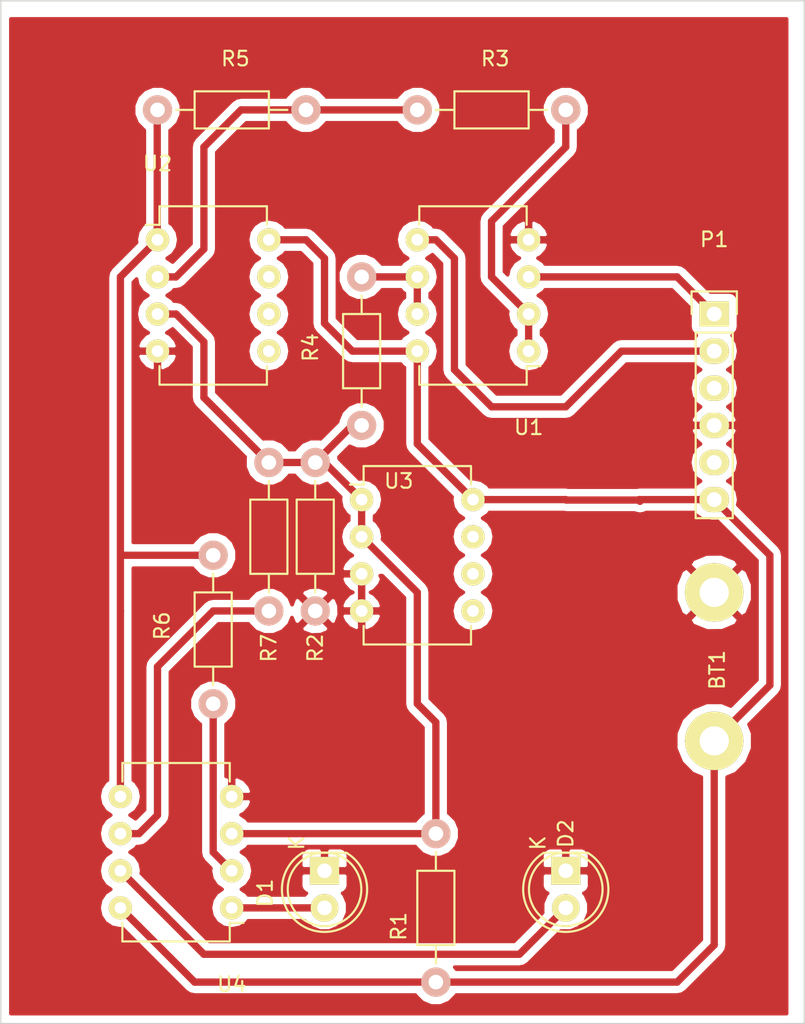
<source format=kicad_pcb>
(kicad_pcb (version 4) (host pcbnew 4.0.2-MacPorts)

  (general
    (links 37)
    (no_connects 0)
    (area 114.949999 69.949999 170.050001 140.050001)
    (thickness 1.6)
    (drawings 4)
    (tracks 78)
    (zones 0)
    (modules 15)
    (nets 16)
  )

  (page A4)
  (layers
    (0 F.Cu signal)
    (31 B.Cu signal)
    (32 B.Adhes user)
    (33 F.Adhes user)
    (34 B.Paste user)
    (35 F.Paste user)
    (36 B.SilkS user)
    (37 F.SilkS user)
    (38 B.Mask user)
    (39 F.Mask user)
    (40 Dwgs.User user)
    (41 Cmts.User user)
    (42 Eco1.User user)
    (43 Eco2.User user)
    (44 Edge.Cuts user)
    (45 Margin user)
    (46 B.CrtYd user)
    (47 F.CrtYd user)
    (48 B.Fab user)
    (49 F.Fab user)
  )

  (setup
    (last_trace_width 0.5)
    (user_trace_width 0.5)
    (trace_clearance 0.2)
    (zone_clearance 0.508)
    (zone_45_only no)
    (trace_min 0.2)
    (segment_width 0.1)
    (edge_width 0.1)
    (via_size 0.6)
    (via_drill 0.4)
    (via_min_size 0.4)
    (via_min_drill 0.3)
    (uvia_size 0.3)
    (uvia_drill 0.1)
    (uvias_allowed no)
    (uvia_min_size 0.2)
    (uvia_min_drill 0.1)
    (pcb_text_width 0.3)
    (pcb_text_size 1.5 1.5)
    (mod_edge_width 0.15)
    (mod_text_size 1 1)
    (mod_text_width 0.15)
    (pad_size 1.5 1.5)
    (pad_drill 0.6)
    (pad_to_mask_clearance 0)
    (aux_axis_origin 0 0)
    (visible_elements 7FFFFFFF)
    (pcbplotparams
      (layerselection 0x00030_80000001)
      (usegerberextensions false)
      (excludeedgelayer true)
      (linewidth 0.100000)
      (plotframeref false)
      (viasonmask false)
      (mode 1)
      (useauxorigin false)
      (hpglpennumber 1)
      (hpglpenspeed 20)
      (hpglpendiameter 15)
      (hpglpenoverlay 2)
      (psnegative false)
      (psa4output false)
      (plotreference true)
      (plotvalue true)
      (plotinvisibletext false)
      (padsonsilk false)
      (subtractmaskfromsilk false)
      (outputformat 1)
      (mirror false)
      (drillshape 1)
      (scaleselection 1)
      (outputdirectory ""))
  )

  (net 0 "")
  (net 1 +9V)
  (net 2 GND)
  (net 3 "Net-(D1-Pad2)")
  (net 4 "Net-(D2-Pad2)")
  (net 5 /Xout)
  (net 6 /Yout)
  (net 7 "Net-(P1-Pad3)")
  (net 8 "Net-(P1-Pad5)")
  (net 9 "Net-(R1-Pad1)")
  (net 10 "Net-(R3-Pad1)")
  (net 11 "Net-(R3-Pad2)")
  (net 12 "Net-(R4-Pad2)")
  (net 13 "Net-(R5-Pad1)")
  (net 14 "Net-(R6-Pad1)")
  (net 15 "Net-(R7-Pad1)")

  (net_class Default "This is the default net class."
    (clearance 0.2)
    (trace_width 0.25)
    (via_dia 0.6)
    (via_drill 0.4)
    (uvia_dia 0.3)
    (uvia_drill 0.1)
    (add_net +9V)
    (add_net /Xout)
    (add_net /Yout)
    (add_net GND)
    (add_net "Net-(D1-Pad2)")
    (add_net "Net-(D2-Pad2)")
    (add_net "Net-(P1-Pad3)")
    (add_net "Net-(P1-Pad5)")
    (add_net "Net-(R1-Pad1)")
    (add_net "Net-(R3-Pad1)")
    (add_net "Net-(R3-Pad2)")
    (add_net "Net-(R4-Pad2)")
    (add_net "Net-(R5-Pad1)")
    (add_net "Net-(R6-Pad1)")
    (add_net "Net-(R7-Pad1)")
  )

  (module Housings_DIP:DIP-8_W7.62mm placed (layer F.Cu) (tedit 54130A77) (tstamp 576ABE73)
    (at 151.13 93.98 180)
    (descr "8-lead dip package, row spacing 7.62 mm (300 mils)")
    (tags "dil dip 2.54 300")
    (path /57683DDE)
    (fp_text reference U1 (at 0 -5.22 180) (layer F.SilkS)
      (effects (font (size 1 1) (thickness 0.15)))
    )
    (fp_text value LM358N (at 0 -3.72 180) (layer F.Fab)
      (effects (font (size 1 1) (thickness 0.15)))
    )
    (fp_line (start -1.05 -2.45) (end -1.05 10.1) (layer F.CrtYd) (width 0.05))
    (fp_line (start 8.65 -2.45) (end 8.65 10.1) (layer F.CrtYd) (width 0.05))
    (fp_line (start -1.05 -2.45) (end 8.65 -2.45) (layer F.CrtYd) (width 0.05))
    (fp_line (start -1.05 10.1) (end 8.65 10.1) (layer F.CrtYd) (width 0.05))
    (fp_line (start 0.135 -2.295) (end 0.135 -1.025) (layer F.SilkS) (width 0.15))
    (fp_line (start 7.485 -2.295) (end 7.485 -1.025) (layer F.SilkS) (width 0.15))
    (fp_line (start 7.485 9.915) (end 7.485 8.645) (layer F.SilkS) (width 0.15))
    (fp_line (start 0.135 9.915) (end 0.135 8.645) (layer F.SilkS) (width 0.15))
    (fp_line (start 0.135 -2.295) (end 7.485 -2.295) (layer F.SilkS) (width 0.15))
    (fp_line (start 0.135 9.915) (end 7.485 9.915) (layer F.SilkS) (width 0.15))
    (fp_line (start 0.135 -1.025) (end -0.8 -1.025) (layer F.SilkS) (width 0.15))
    (pad 1 thru_hole oval (at 0 0 180) (size 1.6 1.6) (drill 0.8) (layers *.Cu *.Mask F.SilkS)
      (net 11 "Net-(R3-Pad2)"))
    (pad 2 thru_hole oval (at 0 2.54 180) (size 1.6 1.6) (drill 0.8) (layers *.Cu *.Mask F.SilkS)
      (net 11 "Net-(R3-Pad2)"))
    (pad 3 thru_hole oval (at 0 5.08 180) (size 1.6 1.6) (drill 0.8) (layers *.Cu *.Mask F.SilkS)
      (net 5 /Xout))
    (pad 4 thru_hole oval (at 0 7.62 180) (size 1.6 1.6) (drill 0.8) (layers *.Cu *.Mask F.SilkS)
      (net 2 GND))
    (pad 5 thru_hole oval (at 7.62 7.62 180) (size 1.6 1.6) (drill 0.8) (layers *.Cu *.Mask F.SilkS)
      (net 6 /Yout))
    (pad 6 thru_hole oval (at 7.62 5.08 180) (size 1.6 1.6) (drill 0.8) (layers *.Cu *.Mask F.SilkS)
      (net 12 "Net-(R4-Pad2)"))
    (pad 7 thru_hole oval (at 7.62 2.54 180) (size 1.6 1.6) (drill 0.8) (layers *.Cu *.Mask F.SilkS)
      (net 12 "Net-(R4-Pad2)"))
    (pad 8 thru_hole oval (at 7.62 0 180) (size 1.6 1.6) (drill 0.8) (layers *.Cu *.Mask F.SilkS)
      (net 1 +9V))
    (model Housings_DIP.3dshapes/DIP-8_W7.62mm.wrl
      (at (xyz 0 0 0))
      (scale (xyz 1 1 1))
      (rotate (xyz 0 0 0))
    )
  )

  (module Wire_Connections_Bridges:WireConnection_2.00mmDrill placed (layer F.Cu) (tedit 0) (tstamp 576ABE27)
    (at 163.83 120.65 90)
    (descr "WireConnection with 2mm drill")
    (path /57688531)
    (fp_text reference BT1 (at 4.8514 0.2032 90) (layer F.SilkS)
      (effects (font (size 1 1) (thickness 0.15)))
    )
    (fp_text value "Battery 9V" (at 5.08 3.81 90) (layer F.Fab)
      (effects (font (size 1 1) (thickness 0.15)))
    )
    (fp_line (start 14.0716 -3.7592) (end 13.8684 -3.6576) (layer Cmts.User) (width 0.381))
    (fp_line (start 13.8684 -3.6576) (end 13.6398 -3.6576) (layer Cmts.User) (width 0.381))
    (fp_line (start 13.6398 -3.6576) (end 13.4366 -3.7592) (layer Cmts.User) (width 0.381))
    (fp_line (start 13.4366 -3.7592) (end 13.3604 -4.1148) (layer Cmts.User) (width 0.381))
    (fp_line (start 13.3604 -4.1148) (end 13.3604 -4.572) (layer Cmts.User) (width 0.381))
    (fp_line (start 13.3604 -4.572) (end 13.462 -4.6482) (layer Cmts.User) (width 0.381))
    (fp_line (start 13.462 -4.6482) (end 13.7668 -4.7244) (layer Cmts.User) (width 0.381))
    (fp_line (start 13.7668 -4.7244) (end 13.9954 -4.6736) (layer Cmts.User) (width 0.381))
    (fp_line (start 13.9954 -4.6736) (end 14.0462 -4.318) (layer Cmts.User) (width 0.381))
    (fp_line (start 14.0462 -4.318) (end 13.4366 -4.191) (layer Cmts.User) (width 0.381))
    (fp_line (start 13.4366 -4.191) (end 13.4366 -4.2418) (layer Cmts.User) (width 0.381))
    (fp_line (start 12.7508 -3.7084) (end 12.4206 -3.7084) (layer Cmts.User) (width 0.381))
    (fp_line (start 12.4206 -3.7084) (end 12.2174 -3.7084) (layer Cmts.User) (width 0.381))
    (fp_line (start 12.2174 -3.7084) (end 12.0396 -3.8608) (layer Cmts.User) (width 0.381))
    (fp_line (start 12.0396 -3.8608) (end 12.0396 -4.2418) (layer Cmts.User) (width 0.381))
    (fp_line (start 12.0396 -4.2418) (end 12.1412 -4.572) (layer Cmts.User) (width 0.381))
    (fp_line (start 12.1412 -4.572) (end 12.2936 -4.6482) (layer Cmts.User) (width 0.381))
    (fp_line (start 12.2936 -4.6482) (end 12.573 -4.6482) (layer Cmts.User) (width 0.381))
    (fp_line (start 12.573 -4.6482) (end 12.7508 -4.572) (layer Cmts.User) (width 0.381))
    (fp_line (start 12.7508 -4.572) (end 12.7762 -4.2672) (layer Cmts.User) (width 0.381))
    (fp_line (start 12.7762 -4.2672) (end 12.1412 -4.2418) (layer Cmts.User) (width 0.381))
    (fp_line (start 11.2268 -4.5212) (end 11.6078 -4.6736) (layer Cmts.User) (width 0.381))
    (fp_line (start 11.6078 -4.6736) (end 11.6332 -4.6736) (layer Cmts.User) (width 0.381))
    (fp_line (start 11.2014 -4.7244) (end 11.2014 -3.6576) (layer Cmts.User) (width 0.381))
    (fp_line (start 9.9822 -4.6736) (end 10.668 -4.7244) (layer Cmts.User) (width 0.381))
    (fp_line (start 10.7188 -5.207) (end 10.541 -5.207) (layer Cmts.User) (width 0.381))
    (fp_line (start 10.541 -5.207) (end 10.3886 -5.08) (layer Cmts.User) (width 0.381))
    (fp_line (start 10.3886 -5.08) (end 10.3378 -3.7084) (layer Cmts.User) (width 0.381))
    (fp_line (start 8.4328 -4.5974) (end 8.3058 -4.6736) (layer Cmts.User) (width 0.381))
    (fp_line (start 8.3058 -4.6736) (end 8.0264 -4.6736) (layer Cmts.User) (width 0.381))
    (fp_line (start 8.0264 -4.6736) (end 7.874 -4.445) (layer Cmts.User) (width 0.381))
    (fp_line (start 7.874 -4.445) (end 7.8994 -4.2672) (layer Cmts.User) (width 0.381))
    (fp_line (start 7.8994 -4.2672) (end 8.1788 -4.191) (layer Cmts.User) (width 0.381))
    (fp_line (start 8.1788 -4.191) (end 8.4328 -4.1148) (layer Cmts.User) (width 0.381))
    (fp_line (start 8.4328 -4.1148) (end 8.4836 -3.8354) (layer Cmts.User) (width 0.381))
    (fp_line (start 8.4836 -3.8354) (end 8.2804 -3.6576) (layer Cmts.User) (width 0.381))
    (fp_line (start 8.2804 -3.6576) (end 7.8994 -3.7084) (layer Cmts.User) (width 0.381))
    (fp_line (start 7.1628 -3.6576) (end 6.8072 -3.7592) (layer Cmts.User) (width 0.381))
    (fp_line (start 6.8072 -3.7592) (end 6.604 -3.8354) (layer Cmts.User) (width 0.381))
    (fp_line (start 6.604 -3.8354) (end 6.477 -4.1656) (layer Cmts.User) (width 0.381))
    (fp_line (start 6.477 -4.1656) (end 6.477 -4.4704) (layer Cmts.User) (width 0.381))
    (fp_line (start 6.477 -4.4704) (end 6.6802 -4.6736) (layer Cmts.User) (width 0.381))
    (fp_line (start 6.6802 -4.6736) (end 7.0104 -4.7244) (layer Cmts.User) (width 0.381))
    (fp_line (start 7.2136 -5.207) (end 7.2136 -3.6576) (layer Cmts.User) (width 0.381))
    (fp_line (start 5.715 -3.6576) (end 5.2578 -3.7084) (layer Cmts.User) (width 0.381))
    (fp_line (start 5.2578 -3.7084) (end 5.1054 -3.9116) (layer Cmts.User) (width 0.381))
    (fp_line (start 5.1054 -3.9116) (end 5.1308 -4.191) (layer Cmts.User) (width 0.381))
    (fp_line (start 5.1308 -4.191) (end 5.842 -4.2418) (layer Cmts.User) (width 0.381))
    (fp_line (start 5.1054 -4.572) (end 5.3848 -4.7244) (layer Cmts.User) (width 0.381))
    (fp_line (start 5.3848 -4.7244) (end 5.6388 -4.6482) (layer Cmts.User) (width 0.381))
    (fp_line (start 5.6388 -4.6482) (end 5.7912 -4.4704) (layer Cmts.User) (width 0.381))
    (fp_line (start 5.7912 -4.4704) (end 5.842 -3.6322) (layer Cmts.User) (width 0.381))
    (fp_line (start 3.6068 -3.6576) (end 3.6322 -5.2578) (layer Cmts.User) (width 0.381))
    (fp_line (start 3.6322 -5.2578) (end 4.0894 -5.2578) (layer Cmts.User) (width 0.381))
    (fp_line (start 4.0894 -5.2578) (end 4.3688 -5.1308) (layer Cmts.User) (width 0.381))
    (fp_line (start 4.3688 -5.1308) (end 4.4958 -4.8768) (layer Cmts.User) (width 0.381))
    (fp_line (start 4.4958 -4.8768) (end 4.4958 -4.5974) (layer Cmts.User) (width 0.381))
    (fp_line (start 4.4958 -4.5974) (end 4.3688 -4.3942) (layer Cmts.User) (width 0.381))
    (fp_line (start 4.3688 -4.3942) (end 4.0894 -4.445) (layer Cmts.User) (width 0.381))
    (fp_line (start 4.0894 -4.445) (end 3.6322 -4.445) (layer Cmts.User) (width 0.381))
    (fp_line (start 1.778 -3.7592) (end 1.524 -3.6576) (layer Cmts.User) (width 0.381))
    (fp_line (start 1.524 -3.6576) (end 1.27 -3.7592) (layer Cmts.User) (width 0.381))
    (fp_line (start 1.27 -3.7592) (end 1.1176 -3.9116) (layer Cmts.User) (width 0.381))
    (fp_line (start 1.1176 -3.9116) (end 1.0414 -4.318) (layer Cmts.User) (width 0.381))
    (fp_line (start 1.0414 -4.318) (end 1.1684 -4.572) (layer Cmts.User) (width 0.381))
    (fp_line (start 1.1684 -4.572) (end 1.3716 -4.6736) (layer Cmts.User) (width 0.381))
    (fp_line (start 1.3716 -4.6736) (end 1.651 -4.6482) (layer Cmts.User) (width 0.381))
    (fp_line (start 1.651 -4.6482) (end 1.8034 -4.5212) (layer Cmts.User) (width 0.381))
    (fp_line (start 1.8034 -4.5212) (end 1.8034 -4.318) (layer Cmts.User) (width 0.381))
    (fp_line (start 1.8034 -4.318) (end 1.1684 -4.2418) (layer Cmts.User) (width 0.381))
    (fp_line (start -0.1524 -4.7244) (end 0.3048 -3.6576) (layer Cmts.User) (width 0.381))
    (fp_line (start 0.3048 -3.6576) (end 0.5842 -4.6736) (layer Cmts.User) (width 0.381))
    (fp_line (start 0.5842 -4.6736) (end 0.5588 -4.6736) (layer Cmts.User) (width 0.381))
    (fp_line (start -1.4732 -4.3942) (end -1.4732 -3.9116) (layer Cmts.User) (width 0.381))
    (fp_line (start -1.4732 -3.9116) (end -1.27 -3.7084) (layer Cmts.User) (width 0.381))
    (fp_line (start -1.27 -3.7084) (end -1.0414 -3.6576) (layer Cmts.User) (width 0.381))
    (fp_line (start -1.0414 -3.6576) (end -0.762 -3.7846) (layer Cmts.User) (width 0.381))
    (fp_line (start -0.762 -3.7846) (end -0.6604 -3.9878) (layer Cmts.User) (width 0.381))
    (fp_line (start -0.6604 -3.9878) (end -0.6604 -4.445) (layer Cmts.User) (width 0.381))
    (fp_line (start -0.6604 -4.445) (end -0.8382 -4.6482) (layer Cmts.User) (width 0.381))
    (fp_line (start -0.8382 -4.6482) (end -1.1176 -4.7244) (layer Cmts.User) (width 0.381))
    (fp_line (start -1.1176 -4.7244) (end -1.4478 -4.4704) (layer Cmts.User) (width 0.381))
    (fp_line (start -3.0988 -3.6322) (end -3.0988 -5.2578) (layer Cmts.User) (width 0.381))
    (fp_line (start -3.0988 -5.2578) (end -2.6162 -4.1148) (layer Cmts.User) (width 0.381))
    (fp_line (start -2.6162 -4.1148) (end -2.1336 -5.1816) (layer Cmts.User) (width 0.381))
    (fp_line (start -2.1336 -5.1816) (end -2.1336 -3.6322) (layer Cmts.User) (width 0.381))
    (pad 1 thru_hole circle (at 0 0 90) (size 4.0005 4.0005) (drill 1.99898) (layers *.Cu *.Mask F.SilkS)
      (net 1 +9V))
    (pad 2 thru_hole circle (at 10.16 0 90) (size 4.0005 4.0005) (drill 1.99898) (layers *.Cu *.Mask F.SilkS)
      (net 2 GND))
  )

  (module LEDs:LED-5MM placed (layer F.Cu) (tedit 5570F7EA) (tstamp 576ABE2D)
    (at 137.16 129.54 270)
    (descr "LED 5mm round vertical")
    (tags "LED 5mm round vertical")
    (path /57685A1D)
    (fp_text reference D1 (at 1.524 4.064 270) (layer F.SilkS)
      (effects (font (size 1 1) (thickness 0.15)))
    )
    (fp_text value LED (at 1.524 -3.937 270) (layer F.Fab)
      (effects (font (size 1 1) (thickness 0.15)))
    )
    (fp_line (start -1.5 -1.55) (end -1.5 1.55) (layer F.CrtYd) (width 0.05))
    (fp_arc (start 1.3 0) (end -1.5 1.55) (angle -302) (layer F.CrtYd) (width 0.05))
    (fp_arc (start 1.27 0) (end -1.23 -1.5) (angle 297.5) (layer F.SilkS) (width 0.15))
    (fp_line (start -1.23 1.5) (end -1.23 -1.5) (layer F.SilkS) (width 0.15))
    (fp_circle (center 1.27 0) (end 0.97 -2.5) (layer F.SilkS) (width 0.15))
    (fp_text user K (at -1.905 1.905 270) (layer F.SilkS)
      (effects (font (size 1 1) (thickness 0.15)))
    )
    (pad 1 thru_hole rect (at 0 0) (size 2 1.9) (drill 1.00076) (layers *.Cu *.Mask F.SilkS)
      (net 2 GND))
    (pad 2 thru_hole circle (at 2.54 0 270) (size 1.9 1.9) (drill 1.00076) (layers *.Cu *.Mask F.SilkS)
      (net 3 "Net-(D1-Pad2)"))
    (model LEDs.3dshapes/LED-5MM.wrl
      (at (xyz 0.05 0 0))
      (scale (xyz 1 1 1))
      (rotate (xyz 0 0 90))
    )
  )

  (module LEDs:LED-5MM placed (layer F.Cu) (tedit 5570F7EA) (tstamp 576ABE33)
    (at 153.67 129.54 270)
    (descr "LED 5mm round vertical")
    (tags "LED 5mm round vertical")
    (path /57685AC7)
    (fp_text reference D2 (at -2.54 0 270) (layer F.SilkS)
      (effects (font (size 1 1) (thickness 0.15)))
    )
    (fp_text value LED (at 1.524 -3.937 270) (layer F.Fab)
      (effects (font (size 1 1) (thickness 0.15)))
    )
    (fp_line (start -1.5 -1.55) (end -1.5 1.55) (layer F.CrtYd) (width 0.05))
    (fp_arc (start 1.3 0) (end -1.5 1.55) (angle -302) (layer F.CrtYd) (width 0.05))
    (fp_arc (start 1.27 0) (end -1.23 -1.5) (angle 297.5) (layer F.SilkS) (width 0.15))
    (fp_line (start -1.23 1.5) (end -1.23 -1.5) (layer F.SilkS) (width 0.15))
    (fp_circle (center 1.27 0) (end 0.97 -2.5) (layer F.SilkS) (width 0.15))
    (fp_text user K (at -1.905 1.905 270) (layer F.SilkS)
      (effects (font (size 1 1) (thickness 0.15)))
    )
    (pad 1 thru_hole rect (at 0 0) (size 2 1.9) (drill 1.00076) (layers *.Cu *.Mask F.SilkS)
      (net 2 GND))
    (pad 2 thru_hole circle (at 2.54 0 270) (size 1.9 1.9) (drill 1.00076) (layers *.Cu *.Mask F.SilkS)
      (net 4 "Net-(D2-Pad2)"))
    (model LEDs.3dshapes/LED-5MM.wrl
      (at (xyz 0.05 0 0))
      (scale (xyz 1 1 1))
      (rotate (xyz 0 0 90))
    )
  )

  (module Pin_Headers:Pin_Header_Straight_1x06 placed (layer F.Cu) (tedit 0) (tstamp 576ABE3D)
    (at 163.83 91.44)
    (descr "Through hole pin header")
    (tags "pin header")
    (path /57688479)
    (fp_text reference P1 (at 0 -5.1) (layer F.SilkS)
      (effects (font (size 1 1) (thickness 0.15)))
    )
    (fp_text value CONN_01X06 (at 0 -3.1) (layer F.Fab)
      (effects (font (size 1 1) (thickness 0.15)))
    )
    (fp_line (start -1.75 -1.75) (end -1.75 14.45) (layer F.CrtYd) (width 0.05))
    (fp_line (start 1.75 -1.75) (end 1.75 14.45) (layer F.CrtYd) (width 0.05))
    (fp_line (start -1.75 -1.75) (end 1.75 -1.75) (layer F.CrtYd) (width 0.05))
    (fp_line (start -1.75 14.45) (end 1.75 14.45) (layer F.CrtYd) (width 0.05))
    (fp_line (start 1.27 1.27) (end 1.27 13.97) (layer F.SilkS) (width 0.15))
    (fp_line (start 1.27 13.97) (end -1.27 13.97) (layer F.SilkS) (width 0.15))
    (fp_line (start -1.27 13.97) (end -1.27 1.27) (layer F.SilkS) (width 0.15))
    (fp_line (start 1.55 -1.55) (end 1.55 0) (layer F.SilkS) (width 0.15))
    (fp_line (start 1.27 1.27) (end -1.27 1.27) (layer F.SilkS) (width 0.15))
    (fp_line (start -1.55 0) (end -1.55 -1.55) (layer F.SilkS) (width 0.15))
    (fp_line (start -1.55 -1.55) (end 1.55 -1.55) (layer F.SilkS) (width 0.15))
    (pad 1 thru_hole rect (at 0 0) (size 2.032 1.7272) (drill 1.016) (layers *.Cu *.Mask F.SilkS)
      (net 5 /Xout))
    (pad 2 thru_hole oval (at 0 2.54) (size 2.032 1.7272) (drill 1.016) (layers *.Cu *.Mask F.SilkS)
      (net 6 /Yout))
    (pad 3 thru_hole oval (at 0 5.08) (size 2.032 1.7272) (drill 1.016) (layers *.Cu *.Mask F.SilkS)
      (net 7 "Net-(P1-Pad3)"))
    (pad 4 thru_hole oval (at 0 7.62) (size 2.032 1.7272) (drill 1.016) (layers *.Cu *.Mask F.SilkS)
      (net 2 GND))
    (pad 5 thru_hole oval (at 0 10.16) (size 2.032 1.7272) (drill 1.016) (layers *.Cu *.Mask F.SilkS)
      (net 8 "Net-(P1-Pad5)"))
    (pad 6 thru_hole oval (at 0 12.7) (size 2.032 1.7272) (drill 1.016) (layers *.Cu *.Mask F.SilkS)
      (net 1 +9V))
    (model Pin_Headers.3dshapes/Pin_Header_Straight_1x06.wrl
      (at (xyz 0 -0.25 0))
      (scale (xyz 1 1 1))
      (rotate (xyz 0 0 90))
    )
  )

  (module Resistors_ThroughHole:Resistor_Horizontal_RM10mm placed (layer F.Cu) (tedit 56648415) (tstamp 576ABE43)
    (at 144.78 127 270)
    (descr "Resistor, Axial,  RM 10mm, 1/3W")
    (tags "Resistor Axial RM 10mm 1/3W")
    (path /57684F00)
    (fp_text reference R1 (at 6.35 2.54 270) (layer F.SilkS)
      (effects (font (size 1 1) (thickness 0.15)))
    )
    (fp_text value 33k (at 3.81 2.54 270) (layer F.Fab)
      (effects (font (size 1 1) (thickness 0.15)))
    )
    (fp_line (start -1.25 -1.5) (end 11.4 -1.5) (layer F.CrtYd) (width 0.05))
    (fp_line (start -1.25 1.5) (end -1.25 -1.5) (layer F.CrtYd) (width 0.05))
    (fp_line (start 11.4 -1.5) (end 11.4 1.5) (layer F.CrtYd) (width 0.05))
    (fp_line (start -1.25 1.5) (end 11.4 1.5) (layer F.CrtYd) (width 0.05))
    (fp_line (start 2.54 -1.27) (end 7.62 -1.27) (layer F.SilkS) (width 0.15))
    (fp_line (start 7.62 -1.27) (end 7.62 1.27) (layer F.SilkS) (width 0.15))
    (fp_line (start 7.62 1.27) (end 2.54 1.27) (layer F.SilkS) (width 0.15))
    (fp_line (start 2.54 1.27) (end 2.54 -1.27) (layer F.SilkS) (width 0.15))
    (fp_line (start 2.54 0) (end 1.27 0) (layer F.SilkS) (width 0.15))
    (fp_line (start 7.62 0) (end 8.89 0) (layer F.SilkS) (width 0.15))
    (pad 1 thru_hole circle (at 0 0 270) (size 1.99898 1.99898) (drill 1.00076) (layers *.Cu *.SilkS *.Mask)
      (net 9 "Net-(R1-Pad1)"))
    (pad 2 thru_hole circle (at 10.16 0 270) (size 1.99898 1.99898) (drill 1.00076) (layers *.Cu *.SilkS *.Mask)
      (net 1 +9V))
    (model Resistors_ThroughHole.3dshapes/Resistor_Horizontal_RM10mm.wrl
      (at (xyz 0.2 0 0))
      (scale (xyz 0.4 0.4 0.4))
      (rotate (xyz 0 0 0))
    )
  )

  (module Resistors_ThroughHole:Resistor_Horizontal_RM10mm placed (layer F.Cu) (tedit 56648415) (tstamp 576ABE49)
    (at 136.525 111.76 90)
    (descr "Resistor, Axial,  RM 10mm, 1/3W")
    (tags "Resistor Axial RM 10mm 1/3W")
    (path /57684FA3)
    (fp_text reference R2 (at -2.54 0 90) (layer F.SilkS)
      (effects (font (size 1 1) (thickness 0.15)))
    )
    (fp_text value 33k (at -5.08 0 90) (layer F.Fab)
      (effects (font (size 1 1) (thickness 0.15)))
    )
    (fp_line (start -1.25 -1.5) (end 11.4 -1.5) (layer F.CrtYd) (width 0.05))
    (fp_line (start -1.25 1.5) (end -1.25 -1.5) (layer F.CrtYd) (width 0.05))
    (fp_line (start 11.4 -1.5) (end 11.4 1.5) (layer F.CrtYd) (width 0.05))
    (fp_line (start -1.25 1.5) (end 11.4 1.5) (layer F.CrtYd) (width 0.05))
    (fp_line (start 2.54 -1.27) (end 7.62 -1.27) (layer F.SilkS) (width 0.15))
    (fp_line (start 7.62 -1.27) (end 7.62 1.27) (layer F.SilkS) (width 0.15))
    (fp_line (start 7.62 1.27) (end 2.54 1.27) (layer F.SilkS) (width 0.15))
    (fp_line (start 2.54 1.27) (end 2.54 -1.27) (layer F.SilkS) (width 0.15))
    (fp_line (start 2.54 0) (end 1.27 0) (layer F.SilkS) (width 0.15))
    (fp_line (start 7.62 0) (end 8.89 0) (layer F.SilkS) (width 0.15))
    (pad 1 thru_hole circle (at 0 0 90) (size 1.99898 1.99898) (drill 1.00076) (layers *.Cu *.SilkS *.Mask)
      (net 2 GND))
    (pad 2 thru_hole circle (at 10.16 0 90) (size 1.99898 1.99898) (drill 1.00076) (layers *.Cu *.SilkS *.Mask)
      (net 9 "Net-(R1-Pad1)"))
    (model Resistors_ThroughHole.3dshapes/Resistor_Horizontal_RM10mm.wrl
      (at (xyz 0.2 0 0))
      (scale (xyz 0.4 0.4 0.4))
      (rotate (xyz 0 0 0))
    )
  )

  (module Resistors_ThroughHole:Resistor_Horizontal_RM10mm placed (layer F.Cu) (tedit 56648415) (tstamp 576ABE4F)
    (at 143.51 77.47)
    (descr "Resistor, Axial,  RM 10mm, 1/3W")
    (tags "Resistor Axial RM 10mm 1/3W")
    (path /5768432E)
    (fp_text reference R3 (at 5.32892 -3.50012) (layer F.SilkS)
      (effects (font (size 1 1) (thickness 0.15)))
    )
    (fp_text value 330 (at 5.08 3.81) (layer F.Fab)
      (effects (font (size 1 1) (thickness 0.15)))
    )
    (fp_line (start -1.25 -1.5) (end 11.4 -1.5) (layer F.CrtYd) (width 0.05))
    (fp_line (start -1.25 1.5) (end -1.25 -1.5) (layer F.CrtYd) (width 0.05))
    (fp_line (start 11.4 -1.5) (end 11.4 1.5) (layer F.CrtYd) (width 0.05))
    (fp_line (start -1.25 1.5) (end 11.4 1.5) (layer F.CrtYd) (width 0.05))
    (fp_line (start 2.54 -1.27) (end 7.62 -1.27) (layer F.SilkS) (width 0.15))
    (fp_line (start 7.62 -1.27) (end 7.62 1.27) (layer F.SilkS) (width 0.15))
    (fp_line (start 7.62 1.27) (end 2.54 1.27) (layer F.SilkS) (width 0.15))
    (fp_line (start 2.54 1.27) (end 2.54 -1.27) (layer F.SilkS) (width 0.15))
    (fp_line (start 2.54 0) (end 1.27 0) (layer F.SilkS) (width 0.15))
    (fp_line (start 7.62 0) (end 8.89 0) (layer F.SilkS) (width 0.15))
    (pad 1 thru_hole circle (at 0 0) (size 1.99898 1.99898) (drill 1.00076) (layers *.Cu *.SilkS *.Mask)
      (net 10 "Net-(R3-Pad1)"))
    (pad 2 thru_hole circle (at 10.16 0) (size 1.99898 1.99898) (drill 1.00076) (layers *.Cu *.SilkS *.Mask)
      (net 11 "Net-(R3-Pad2)"))
    (model Resistors_ThroughHole.3dshapes/Resistor_Horizontal_RM10mm.wrl
      (at (xyz 0.2 0 0))
      (scale (xyz 0.4 0.4 0.4))
      (rotate (xyz 0 0 0))
    )
  )

  (module Resistors_ThroughHole:Resistor_Horizontal_RM10mm placed (layer F.Cu) (tedit 56648415) (tstamp 576ABE55)
    (at 139.7 99.06 90)
    (descr "Resistor, Axial,  RM 10mm, 1/3W")
    (tags "Resistor Axial RM 10mm 1/3W")
    (path /5768430A)
    (fp_text reference R4 (at 5.32892 -3.50012 90) (layer F.SilkS)
      (effects (font (size 1 1) (thickness 0.15)))
    )
    (fp_text value 330 (at 5.08 3.81 90) (layer F.Fab)
      (effects (font (size 1 1) (thickness 0.15)))
    )
    (fp_line (start -1.25 -1.5) (end 11.4 -1.5) (layer F.CrtYd) (width 0.05))
    (fp_line (start -1.25 1.5) (end -1.25 -1.5) (layer F.CrtYd) (width 0.05))
    (fp_line (start 11.4 -1.5) (end 11.4 1.5) (layer F.CrtYd) (width 0.05))
    (fp_line (start -1.25 1.5) (end 11.4 1.5) (layer F.CrtYd) (width 0.05))
    (fp_line (start 2.54 -1.27) (end 7.62 -1.27) (layer F.SilkS) (width 0.15))
    (fp_line (start 7.62 -1.27) (end 7.62 1.27) (layer F.SilkS) (width 0.15))
    (fp_line (start 7.62 1.27) (end 2.54 1.27) (layer F.SilkS) (width 0.15))
    (fp_line (start 2.54 1.27) (end 2.54 -1.27) (layer F.SilkS) (width 0.15))
    (fp_line (start 2.54 0) (end 1.27 0) (layer F.SilkS) (width 0.15))
    (fp_line (start 7.62 0) (end 8.89 0) (layer F.SilkS) (width 0.15))
    (pad 1 thru_hole circle (at 0 0 90) (size 1.99898 1.99898) (drill 1.00076) (layers *.Cu *.SilkS *.Mask)
      (net 9 "Net-(R1-Pad1)"))
    (pad 2 thru_hole circle (at 10.16 0 90) (size 1.99898 1.99898) (drill 1.00076) (layers *.Cu *.SilkS *.Mask)
      (net 12 "Net-(R4-Pad2)"))
    (model Resistors_ThroughHole.3dshapes/Resistor_Horizontal_RM10mm.wrl
      (at (xyz 0.2 0 0))
      (scale (xyz 0.4 0.4 0.4))
      (rotate (xyz 0 0 0))
    )
  )

  (module Resistors_ThroughHole:Resistor_Horizontal_RM10mm placed (layer F.Cu) (tedit 56648415) (tstamp 576ABE5B)
    (at 125.73 77.47)
    (descr "Resistor, Axial,  RM 10mm, 1/3W")
    (tags "Resistor Axial RM 10mm 1/3W")
    (path /57684797)
    (fp_text reference R5 (at 5.32892 -3.50012) (layer F.SilkS)
      (effects (font (size 1 1) (thickness 0.15)))
    )
    (fp_text value 33k (at 5.08 3.81) (layer F.Fab)
      (effects (font (size 1 1) (thickness 0.15)))
    )
    (fp_line (start -1.25 -1.5) (end 11.4 -1.5) (layer F.CrtYd) (width 0.05))
    (fp_line (start -1.25 1.5) (end -1.25 -1.5) (layer F.CrtYd) (width 0.05))
    (fp_line (start 11.4 -1.5) (end 11.4 1.5) (layer F.CrtYd) (width 0.05))
    (fp_line (start -1.25 1.5) (end 11.4 1.5) (layer F.CrtYd) (width 0.05))
    (fp_line (start 2.54 -1.27) (end 7.62 -1.27) (layer F.SilkS) (width 0.15))
    (fp_line (start 7.62 -1.27) (end 7.62 1.27) (layer F.SilkS) (width 0.15))
    (fp_line (start 7.62 1.27) (end 2.54 1.27) (layer F.SilkS) (width 0.15))
    (fp_line (start 2.54 1.27) (end 2.54 -1.27) (layer F.SilkS) (width 0.15))
    (fp_line (start 2.54 0) (end 1.27 0) (layer F.SilkS) (width 0.15))
    (fp_line (start 7.62 0) (end 8.89 0) (layer F.SilkS) (width 0.15))
    (pad 1 thru_hole circle (at 0 0) (size 1.99898 1.99898) (drill 1.00076) (layers *.Cu *.SilkS *.Mask)
      (net 13 "Net-(R5-Pad1)"))
    (pad 2 thru_hole circle (at 10.16 0) (size 1.99898 1.99898) (drill 1.00076) (layers *.Cu *.SilkS *.Mask)
      (net 10 "Net-(R3-Pad1)"))
    (model Resistors_ThroughHole.3dshapes/Resistor_Horizontal_RM10mm.wrl
      (at (xyz 0.2 0 0))
      (scale (xyz 0.4 0.4 0.4))
      (rotate (xyz 0 0 0))
    )
  )

  (module Resistors_ThroughHole:Resistor_Horizontal_RM10mm placed (layer F.Cu) (tedit 56648415) (tstamp 576ABE61)
    (at 129.54 118.11 90)
    (descr "Resistor, Axial,  RM 10mm, 1/3W")
    (tags "Resistor Axial RM 10mm 1/3W")
    (path /57684B02)
    (fp_text reference R6 (at 5.32892 -3.50012 90) (layer F.SilkS)
      (effects (font (size 1 1) (thickness 0.15)))
    )
    (fp_text value 220 (at 1.905 -1.905 90) (layer F.Fab)
      (effects (font (size 1 1) (thickness 0.15)))
    )
    (fp_line (start -1.25 -1.5) (end 11.4 -1.5) (layer F.CrtYd) (width 0.05))
    (fp_line (start -1.25 1.5) (end -1.25 -1.5) (layer F.CrtYd) (width 0.05))
    (fp_line (start 11.4 -1.5) (end 11.4 1.5) (layer F.CrtYd) (width 0.05))
    (fp_line (start -1.25 1.5) (end 11.4 1.5) (layer F.CrtYd) (width 0.05))
    (fp_line (start 2.54 -1.27) (end 7.62 -1.27) (layer F.SilkS) (width 0.15))
    (fp_line (start 7.62 -1.27) (end 7.62 1.27) (layer F.SilkS) (width 0.15))
    (fp_line (start 7.62 1.27) (end 2.54 1.27) (layer F.SilkS) (width 0.15))
    (fp_line (start 2.54 1.27) (end 2.54 -1.27) (layer F.SilkS) (width 0.15))
    (fp_line (start 2.54 0) (end 1.27 0) (layer F.SilkS) (width 0.15))
    (fp_line (start 7.62 0) (end 8.89 0) (layer F.SilkS) (width 0.15))
    (pad 1 thru_hole circle (at 0 0 90) (size 1.99898 1.99898) (drill 1.00076) (layers *.Cu *.SilkS *.Mask)
      (net 14 "Net-(R6-Pad1)"))
    (pad 2 thru_hole circle (at 10.16 0 90) (size 1.99898 1.99898) (drill 1.00076) (layers *.Cu *.SilkS *.Mask)
      (net 13 "Net-(R5-Pad1)"))
    (model Resistors_ThroughHole.3dshapes/Resistor_Horizontal_RM10mm.wrl
      (at (xyz 0.2 0 0))
      (scale (xyz 0.4 0.4 0.4))
      (rotate (xyz 0 0 0))
    )
  )

  (module Resistors_ThroughHole:Resistor_Horizontal_RM10mm placed (layer F.Cu) (tedit 56648415) (tstamp 576ABE67)
    (at 133.35 111.76 90)
    (descr "Resistor, Axial,  RM 10mm, 1/3W")
    (tags "Resistor Axial RM 10mm 1/3W")
    (path /57684BEC)
    (fp_text reference R7 (at -2.54 0 90) (layer F.SilkS)
      (effects (font (size 1 1) (thickness 0.15)))
    )
    (fp_text value 220 (at -5.08 0 90) (layer F.Fab)
      (effects (font (size 1 1) (thickness 0.15)))
    )
    (fp_line (start -1.25 -1.5) (end 11.4 -1.5) (layer F.CrtYd) (width 0.05))
    (fp_line (start -1.25 1.5) (end -1.25 -1.5) (layer F.CrtYd) (width 0.05))
    (fp_line (start 11.4 -1.5) (end 11.4 1.5) (layer F.CrtYd) (width 0.05))
    (fp_line (start -1.25 1.5) (end 11.4 1.5) (layer F.CrtYd) (width 0.05))
    (fp_line (start 2.54 -1.27) (end 7.62 -1.27) (layer F.SilkS) (width 0.15))
    (fp_line (start 7.62 -1.27) (end 7.62 1.27) (layer F.SilkS) (width 0.15))
    (fp_line (start 7.62 1.27) (end 2.54 1.27) (layer F.SilkS) (width 0.15))
    (fp_line (start 2.54 1.27) (end 2.54 -1.27) (layer F.SilkS) (width 0.15))
    (fp_line (start 2.54 0) (end 1.27 0) (layer F.SilkS) (width 0.15))
    (fp_line (start 7.62 0) (end 8.89 0) (layer F.SilkS) (width 0.15))
    (pad 1 thru_hole circle (at 0 0 90) (size 1.99898 1.99898) (drill 1.00076) (layers *.Cu *.SilkS *.Mask)
      (net 15 "Net-(R7-Pad1)"))
    (pad 2 thru_hole circle (at 10.16 0 90) (size 1.99898 1.99898) (drill 1.00076) (layers *.Cu *.SilkS *.Mask)
      (net 9 "Net-(R1-Pad1)"))
    (model Resistors_ThroughHole.3dshapes/Resistor_Horizontal_RM10mm.wrl
      (at (xyz 0.2 0 0))
      (scale (xyz 0.4 0.4 0.4))
      (rotate (xyz 0 0 0))
    )
  )

  (module Housings_DIP:DIP-8_W7.62mm placed (layer F.Cu) (tedit 54130A77) (tstamp 576ABE7F)
    (at 125.73 86.36)
    (descr "8-lead dip package, row spacing 7.62 mm (300 mils)")
    (tags "dil dip 2.54 300")
    (path /57683EAA)
    (fp_text reference U2 (at 0 -5.22) (layer F.SilkS)
      (effects (font (size 1 1) (thickness 0.15)))
    )
    (fp_text value LM358N (at 0 -3.72) (layer F.Fab)
      (effects (font (size 1 1) (thickness 0.15)))
    )
    (fp_line (start -1.05 -2.45) (end -1.05 10.1) (layer F.CrtYd) (width 0.05))
    (fp_line (start 8.65 -2.45) (end 8.65 10.1) (layer F.CrtYd) (width 0.05))
    (fp_line (start -1.05 -2.45) (end 8.65 -2.45) (layer F.CrtYd) (width 0.05))
    (fp_line (start -1.05 10.1) (end 8.65 10.1) (layer F.CrtYd) (width 0.05))
    (fp_line (start 0.135 -2.295) (end 0.135 -1.025) (layer F.SilkS) (width 0.15))
    (fp_line (start 7.485 -2.295) (end 7.485 -1.025) (layer F.SilkS) (width 0.15))
    (fp_line (start 7.485 9.915) (end 7.485 8.645) (layer F.SilkS) (width 0.15))
    (fp_line (start 0.135 9.915) (end 0.135 8.645) (layer F.SilkS) (width 0.15))
    (fp_line (start 0.135 -2.295) (end 7.485 -2.295) (layer F.SilkS) (width 0.15))
    (fp_line (start 0.135 9.915) (end 7.485 9.915) (layer F.SilkS) (width 0.15))
    (fp_line (start 0.135 -1.025) (end -0.8 -1.025) (layer F.SilkS) (width 0.15))
    (pad 1 thru_hole oval (at 0 0) (size 1.6 1.6) (drill 0.8) (layers *.Cu *.Mask F.SilkS)
      (net 13 "Net-(R5-Pad1)"))
    (pad 2 thru_hole oval (at 0 2.54) (size 1.6 1.6) (drill 0.8) (layers *.Cu *.Mask F.SilkS)
      (net 10 "Net-(R3-Pad1)"))
    (pad 3 thru_hole oval (at 0 5.08) (size 1.6 1.6) (drill 0.8) (layers *.Cu *.Mask F.SilkS)
      (net 9 "Net-(R1-Pad1)"))
    (pad 4 thru_hole oval (at 0 7.62) (size 1.6 1.6) (drill 0.8) (layers *.Cu *.Mask F.SilkS)
      (net 2 GND))
    (pad 5 thru_hole oval (at 7.62 7.62) (size 1.6 1.6) (drill 0.8) (layers *.Cu *.Mask F.SilkS))
    (pad 6 thru_hole oval (at 7.62 5.08) (size 1.6 1.6) (drill 0.8) (layers *.Cu *.Mask F.SilkS))
    (pad 7 thru_hole oval (at 7.62 2.54) (size 1.6 1.6) (drill 0.8) (layers *.Cu *.Mask F.SilkS))
    (pad 8 thru_hole oval (at 7.62 0) (size 1.6 1.6) (drill 0.8) (layers *.Cu *.Mask F.SilkS)
      (net 1 +9V))
    (model Housings_DIP.3dshapes/DIP-8_W7.62mm.wrl
      (at (xyz 0 0 0))
      (scale (xyz 1 1 1))
      (rotate (xyz 0 0 0))
    )
  )

  (module Housings_DIP:DIP-8_W7.62mm placed (layer F.Cu) (tedit 54130A77) (tstamp 576ABE8B)
    (at 139.7 104.14)
    (descr "8-lead dip package, row spacing 7.62 mm (300 mils)")
    (tags "dil dip 2.54 300")
    (path /57684C56)
    (fp_text reference U3 (at 2.54 -1.27) (layer F.SilkS)
      (effects (font (size 1 1) (thickness 0.15)))
    )
    (fp_text value LM358N (at 3.81 11.43) (layer F.Fab)
      (effects (font (size 1 1) (thickness 0.15)))
    )
    (fp_line (start -1.05 -2.45) (end -1.05 10.1) (layer F.CrtYd) (width 0.05))
    (fp_line (start 8.65 -2.45) (end 8.65 10.1) (layer F.CrtYd) (width 0.05))
    (fp_line (start -1.05 -2.45) (end 8.65 -2.45) (layer F.CrtYd) (width 0.05))
    (fp_line (start -1.05 10.1) (end 8.65 10.1) (layer F.CrtYd) (width 0.05))
    (fp_line (start 0.135 -2.295) (end 0.135 -1.025) (layer F.SilkS) (width 0.15))
    (fp_line (start 7.485 -2.295) (end 7.485 -1.025) (layer F.SilkS) (width 0.15))
    (fp_line (start 7.485 9.915) (end 7.485 8.645) (layer F.SilkS) (width 0.15))
    (fp_line (start 0.135 9.915) (end 0.135 8.645) (layer F.SilkS) (width 0.15))
    (fp_line (start 0.135 -2.295) (end 7.485 -2.295) (layer F.SilkS) (width 0.15))
    (fp_line (start 0.135 9.915) (end 7.485 9.915) (layer F.SilkS) (width 0.15))
    (fp_line (start 0.135 -1.025) (end -0.8 -1.025) (layer F.SilkS) (width 0.15))
    (pad 1 thru_hole oval (at 0 0) (size 1.6 1.6) (drill 0.8) (layers *.Cu *.Mask F.SilkS)
      (net 9 "Net-(R1-Pad1)"))
    (pad 2 thru_hole oval (at 0 2.54) (size 1.6 1.6) (drill 0.8) (layers *.Cu *.Mask F.SilkS)
      (net 9 "Net-(R1-Pad1)"))
    (pad 3 thru_hole oval (at 0 5.08) (size 1.6 1.6) (drill 0.8) (layers *.Cu *.Mask F.SilkS)
      (net 2 GND))
    (pad 4 thru_hole oval (at 0 7.62) (size 1.6 1.6) (drill 0.8) (layers *.Cu *.Mask F.SilkS)
      (net 2 GND))
    (pad 5 thru_hole oval (at 7.62 7.62) (size 1.6 1.6) (drill 0.8) (layers *.Cu *.Mask F.SilkS))
    (pad 6 thru_hole oval (at 7.62 5.08) (size 1.6 1.6) (drill 0.8) (layers *.Cu *.Mask F.SilkS))
    (pad 7 thru_hole oval (at 7.62 2.54) (size 1.6 1.6) (drill 0.8) (layers *.Cu *.Mask F.SilkS))
    (pad 8 thru_hole oval (at 7.62 0) (size 1.6 1.6) (drill 0.8) (layers *.Cu *.Mask F.SilkS)
      (net 1 +9V))
    (model Housings_DIP.3dshapes/DIP-8_W7.62mm.wrl
      (at (xyz 0 0 0))
      (scale (xyz 1 1 1))
      (rotate (xyz 0 0 0))
    )
  )

  (module Housings_DIP:DIP-8_W7.62mm placed (layer F.Cu) (tedit 54130A77) (tstamp 576ABE97)
    (at 130.81 132.08 180)
    (descr "8-lead dip package, row spacing 7.62 mm (300 mils)")
    (tags "dil dip 2.54 300")
    (path /57683EE5)
    (fp_text reference U4 (at 0 -5.22 180) (layer F.SilkS)
      (effects (font (size 1 1) (thickness 0.15)))
    )
    (fp_text value LM358N (at 0 -3.72 180) (layer F.Fab)
      (effects (font (size 1 1) (thickness 0.15)))
    )
    (fp_line (start -1.05 -2.45) (end -1.05 10.1) (layer F.CrtYd) (width 0.05))
    (fp_line (start 8.65 -2.45) (end 8.65 10.1) (layer F.CrtYd) (width 0.05))
    (fp_line (start -1.05 -2.45) (end 8.65 -2.45) (layer F.CrtYd) (width 0.05))
    (fp_line (start -1.05 10.1) (end 8.65 10.1) (layer F.CrtYd) (width 0.05))
    (fp_line (start 0.135 -2.295) (end 0.135 -1.025) (layer F.SilkS) (width 0.15))
    (fp_line (start 7.485 -2.295) (end 7.485 -1.025) (layer F.SilkS) (width 0.15))
    (fp_line (start 7.485 9.915) (end 7.485 8.645) (layer F.SilkS) (width 0.15))
    (fp_line (start 0.135 9.915) (end 0.135 8.645) (layer F.SilkS) (width 0.15))
    (fp_line (start 0.135 -2.295) (end 7.485 -2.295) (layer F.SilkS) (width 0.15))
    (fp_line (start 0.135 9.915) (end 7.485 9.915) (layer F.SilkS) (width 0.15))
    (fp_line (start 0.135 -1.025) (end -0.8 -1.025) (layer F.SilkS) (width 0.15))
    (pad 1 thru_hole oval (at 0 0 180) (size 1.6 1.6) (drill 0.8) (layers *.Cu *.Mask F.SilkS)
      (net 3 "Net-(D1-Pad2)"))
    (pad 2 thru_hole oval (at 0 2.54 180) (size 1.6 1.6) (drill 0.8) (layers *.Cu *.Mask F.SilkS)
      (net 14 "Net-(R6-Pad1)"))
    (pad 3 thru_hole oval (at 0 5.08 180) (size 1.6 1.6) (drill 0.8) (layers *.Cu *.Mask F.SilkS)
      (net 9 "Net-(R1-Pad1)"))
    (pad 4 thru_hole oval (at 0 7.62 180) (size 1.6 1.6) (drill 0.8) (layers *.Cu *.Mask F.SilkS)
      (net 2 GND))
    (pad 5 thru_hole oval (at 7.62 7.62 180) (size 1.6 1.6) (drill 0.8) (layers *.Cu *.Mask F.SilkS)
      (net 13 "Net-(R5-Pad1)"))
    (pad 6 thru_hole oval (at 7.62 5.08 180) (size 1.6 1.6) (drill 0.8) (layers *.Cu *.Mask F.SilkS)
      (net 15 "Net-(R7-Pad1)"))
    (pad 7 thru_hole oval (at 7.62 2.54 180) (size 1.6 1.6) (drill 0.8) (layers *.Cu *.Mask F.SilkS)
      (net 4 "Net-(D2-Pad2)"))
    (pad 8 thru_hole oval (at 7.62 0 180) (size 1.6 1.6) (drill 0.8) (layers *.Cu *.Mask F.SilkS)
      (net 1 +9V))
    (model Housings_DIP.3dshapes/DIP-8_W7.62mm.wrl
      (at (xyz 0 0 0))
      (scale (xyz 1 1 1))
      (rotate (xyz 0 0 0))
    )
  )

  (gr_line (start 115 140) (end 115 70) (angle 90) (layer Edge.Cuts) (width 0.1))
  (gr_line (start 170 140) (end 115 140) (angle 90) (layer Edge.Cuts) (width 0.1))
  (gr_line (start 170 70) (end 170 140) (angle 90) (layer Edge.Cuts) (width 0.1))
  (gr_line (start 115 70) (end 170 70) (angle 90) (layer Edge.Cuts) (width 0.1))

  (segment (start 133.35 86.36) (end 135.89 86.36) (width 0.5) (layer F.Cu) (net 1))
  (segment (start 135.89 86.36) (end 137.16 87.63) (width 0.5) (layer F.Cu) (net 1))
  (segment (start 137.16 87.63) (end 137.16 92.075) (width 0.5) (layer F.Cu) (net 1))
  (segment (start 137.16 92.075) (end 139.065 93.98) (width 0.5) (layer F.Cu) (net 1))
  (segment (start 139.065 93.98) (end 143.51 93.98) (width 0.5) (layer F.Cu) (net 1))
  (segment (start 144.78 137.16) (end 128.27 137.16) (width 0.5) (layer F.Cu) (net 1))
  (segment (start 161.29 137.16) (end 144.78 137.16) (width 0.5) (layer F.Cu) (net 1))
  (segment (start 163.83 120.65) (end 167.64 116.84) (width 0.5) (layer F.Cu) (net 1))
  (segment (start 167.64 116.84) (end 167.64 107.95) (width 0.5) (layer F.Cu) (net 1))
  (segment (start 167.64 107.95) (end 163.83 104.14) (width 0.5) (layer F.Cu) (net 1))
  (segment (start 163.83 120.65) (end 163.83 134.62) (width 0.5) (layer F.Cu) (net 1))
  (segment (start 163.83 134.62) (end 161.29 137.16) (width 0.5) (layer F.Cu) (net 1))
  (segment (start 128.27 137.16) (end 123.19 132.08) (width 0.5) (layer F.Cu) (net 1))
  (segment (start 158.66 104.17) (end 158.69 104.14) (width 0.5) (layer F.Cu) (net 1))
  (segment (start 158.69 104.14) (end 163.83 104.14) (width 0.5) (layer F.Cu) (net 1))
  (segment (start 158.66 104.17) (end 158.75 104.26) (width 0.5) (layer F.Cu) (net 1))
  (segment (start 153.7 104.17) (end 158.66 104.17) (width 0.5) (layer F.Cu) (net 1))
  (segment (start 147.32 104.14) (end 153.67 104.14) (width 0.5) (layer F.Cu) (net 1))
  (segment (start 153.67 104.14) (end 153.7 104.17) (width 0.5) (layer F.Cu) (net 1))
  (segment (start 143.51 93.98) (end 143.51 100.33) (width 0.5) (layer F.Cu) (net 1))
  (segment (start 143.51 100.33) (end 147.32 104.14) (width 0.5) (layer F.Cu) (net 1) (tstamp 576AC5A7))
  (segment (start 130.81 132.08) (end 137.16 132.08) (width 0.5) (layer F.Cu) (net 3))
  (segment (start 123.19 129.54) (end 128.905 135.255) (width 0.5) (layer F.Cu) (net 4))
  (segment (start 128.905 135.255) (end 150.495 135.255) (width 0.5) (layer F.Cu) (net 4))
  (segment (start 150.495 135.255) (end 153.67 132.08) (width 0.5) (layer F.Cu) (net 4))
  (segment (start 151.13 88.9) (end 161.29 88.9) (width 0.5) (layer F.Cu) (net 5))
  (segment (start 161.29 88.9) (end 163.83 91.44) (width 0.5) (layer F.Cu) (net 5) (tstamp 576AC69A))
  (segment (start 143.51 86.36) (end 144.78 86.36) (width 0.5) (layer F.Cu) (net 6))
  (segment (start 144.78 86.36) (end 146.05 87.63) (width 0.5) (layer F.Cu) (net 6))
  (segment (start 146.05 87.63) (end 146.05 95.25) (width 0.5) (layer F.Cu) (net 6))
  (segment (start 146.05 95.25) (end 148.59 97.79) (width 0.5) (layer F.Cu) (net 6))
  (segment (start 148.59 97.79) (end 153.67 97.79) (width 0.5) (layer F.Cu) (net 6))
  (segment (start 153.67 97.79) (end 157.48 93.98) (width 0.5) (layer F.Cu) (net 6))
  (segment (start 157.48 93.98) (end 163.83 93.98) (width 0.5) (layer F.Cu) (net 6))
  (segment (start 125.73 91.44) (end 127 91.44) (width 0.5) (layer F.Cu) (net 9))
  (segment (start 127 91.44) (end 128.905 93.345) (width 0.5) (layer F.Cu) (net 9))
  (segment (start 128.905 93.345) (end 128.905 97.155) (width 0.5) (layer F.Cu) (net 9))
  (segment (start 128.905 97.155) (end 133.35 101.6) (width 0.5) (layer F.Cu) (net 9))
  (segment (start 139.7 99.06) (end 139.065 99.06) (width 0.5) (layer F.Cu) (net 9))
  (segment (start 139.065 99.06) (end 136.525 101.6) (width 0.5) (layer F.Cu) (net 9))
  (segment (start 136.525 101.6) (end 137.16 101.6) (width 0.5) (layer F.Cu) (net 9))
  (segment (start 137.16 101.6) (end 139.7 104.14) (width 0.5) (layer F.Cu) (net 9))
  (segment (start 133.35 101.6) (end 136.525 101.6) (width 0.5) (layer F.Cu) (net 9))
  (segment (start 139.7 106.68) (end 143.51 110.49) (width 0.5) (layer F.Cu) (net 9))
  (segment (start 143.51 118.11) (end 144.78 119.38) (width 0.5) (layer F.Cu) (net 9))
  (segment (start 143.51 110.49) (end 143.51 118.11) (width 0.5) (layer F.Cu) (net 9))
  (segment (start 139.7 106.68) (end 139.7 104.14) (width 0.5) (layer F.Cu) (net 9))
  (segment (start 144.78 127) (end 144.78 119.38) (width 0.5) (layer F.Cu) (net 9))
  (segment (start 130.81 127) (end 144.78 127) (width 0.5) (layer F.Cu) (net 9))
  (segment (start 125.73 88.9) (end 127 88.9) (width 0.5) (layer F.Cu) (net 10))
  (segment (start 127 88.9) (end 128.905 86.995) (width 0.5) (layer F.Cu) (net 10))
  (segment (start 128.905 86.995) (end 128.905 80.01) (width 0.5) (layer F.Cu) (net 10))
  (segment (start 128.905 80.01) (end 131.445 77.47) (width 0.5) (layer F.Cu) (net 10))
  (segment (start 131.445 77.47) (end 135.89 77.47) (width 0.5) (layer F.Cu) (net 10))
  (segment (start 135.89 77.47) (end 143.51 77.47) (width 0.5) (layer F.Cu) (net 10))
  (segment (start 153.67 77.47) (end 153.67 80.01) (width 0.5) (layer F.Cu) (net 11))
  (segment (start 148.59 88.9) (end 151.13 91.44) (width 0.5) (layer F.Cu) (net 11) (tstamp 57741C78))
  (segment (start 148.59 85.09) (end 148.59 88.9) (width 0.5) (layer F.Cu) (net 11) (tstamp 57741C73))
  (segment (start 153.67 80.01) (end 148.59 85.09) (width 0.5) (layer F.Cu) (net 11) (tstamp 57741C70))
  (segment (start 151.13 91.44) (end 151.13 93.98) (width 0.5) (layer F.Cu) (net 11))
  (segment (start 139.7 88.9) (end 143.51 88.9) (width 0.5) (layer F.Cu) (net 12))
  (segment (start 143.51 88.9) (end 143.51 91.44) (width 0.5) (layer F.Cu) (net 12))
  (segment (start 128.27 107.95) (end 129.54 107.95) (width 0.5) (layer F.Cu) (net 13))
  (segment (start 123.19 88.9) (end 123.19 107.95) (width 0.5) (layer F.Cu) (net 13))
  (segment (start 123.19 107.95) (end 123.19 111.76) (width 0.5) (layer F.Cu) (net 13))
  (segment (start 128.27 107.95) (end 123.19 107.95) (width 0.5) (layer F.Cu) (net 13))
  (segment (start 125.73 86.36) (end 123.19 88.9) (width 0.5) (layer F.Cu) (net 13))
  (segment (start 123.19 111.76) (end 123.19 124.46) (width 0.5) (layer F.Cu) (net 13))
  (segment (start 125.73 77.47) (end 125.71 77.49) (width 0.5) (layer F.Cu) (net 13))
  (segment (start 125.71 77.49) (end 125.71 86.34) (width 0.5) (layer F.Cu) (net 13))
  (segment (start 125.71 86.34) (end 125.73 86.36) (width 0.5) (layer F.Cu) (net 13))
  (segment (start 130.81 129.54) (end 129.54 128.27) (width 0.5) (layer F.Cu) (net 14))
  (segment (start 129.54 128.27) (end 129.54 118.11) (width 0.5) (layer F.Cu) (net 14))
  (segment (start 133.35 111.76) (end 129.54 111.76) (width 0.5) (layer F.Cu) (net 15))
  (segment (start 125.73 115.57) (end 125.73 125.73) (width 0.5) (layer F.Cu) (net 15))
  (segment (start 129.54 111.76) (end 125.73 115.57) (width 0.5) (layer F.Cu) (net 15))
  (segment (start 124.46 127) (end 123.19 127) (width 0.5) (layer F.Cu) (net 15))
  (segment (start 125.73 125.73) (end 124.46 127) (width 0.5) (layer F.Cu) (net 15))

  (zone (net 2) (net_name GND) (layer F.Cu) (tstamp 576AC6EA) (hatch edge 0.508)
    (connect_pads (clearance 0.508))
    (min_thickness 0.254)
    (fill yes (arc_segments 16) (thermal_gap 0.508) (thermal_bridge_width 0.508))
    (polygon
      (pts
        (xy 168.91 139.7) (xy 115.57 139.7) (xy 115.57 71.12) (xy 168.91 71.12) (xy 168.91 139.7)
      )
    )
    (filled_polygon
      (pts
        (xy 168.783 139.315) (xy 115.697 139.315) (xy 115.697 124.46) (xy 121.726887 124.46) (xy 121.83612 125.009151)
        (xy 122.147189 125.474698) (xy 122.529275 125.73) (xy 122.147189 125.985302) (xy 121.83612 126.450849) (xy 121.726887 127)
        (xy 121.83612 127.549151) (xy 122.147189 128.014698) (xy 122.529275 128.27) (xy 122.147189 128.525302) (xy 121.83612 128.990849)
        (xy 121.726887 129.54) (xy 121.83612 130.089151) (xy 122.147189 130.554698) (xy 122.529275 130.81) (xy 122.147189 131.065302)
        (xy 121.83612 131.530849) (xy 121.726887 132.08) (xy 121.83612 132.629151) (xy 122.147189 133.094698) (xy 122.612736 133.405767)
        (xy 123.161887 133.515) (xy 123.218113 133.515) (xy 123.347653 133.489233) (xy 127.644208 137.785787) (xy 127.64421 137.78579)
        (xy 127.931325 137.977633) (xy 127.987516 137.98881) (xy 128.27 138.045001) (xy 128.270005 138.045) (xy 143.377153 138.045)
        (xy 143.393538 138.084655) (xy 143.852927 138.544846) (xy 144.453453 138.794206) (xy 145.103694 138.794774) (xy 145.704655 138.546462)
        (xy 146.164846 138.087073) (xy 146.182316 138.045) (xy 161.289995 138.045) (xy 161.29 138.045001) (xy 161.572484 137.98881)
        (xy 161.628675 137.977633) (xy 161.91579 137.78579) (xy 164.455787 135.245792) (xy 164.45579 135.24579) (xy 164.647633 134.958675)
        (xy 164.715 134.62) (xy 164.715 123.13567) (xy 165.320799 122.885359) (xy 166.062754 122.144698) (xy 166.464792 121.176483)
        (xy 166.465707 120.128116) (xy 166.213602 119.517977) (xy 168.265787 117.465792) (xy 168.26579 117.46579) (xy 168.457633 117.178675)
        (xy 168.46881 117.122484) (xy 168.525001 116.84) (xy 168.525 116.839995) (xy 168.525 107.950005) (xy 168.525001 107.95)
        (xy 168.457633 107.611326) (xy 168.457633 107.611325) (xy 168.26579 107.32421) (xy 168.265787 107.324208) (xy 165.441711 104.500131)
        (xy 165.513345 104.14) (xy 165.399271 103.566511) (xy 165.074415 103.08033) (xy 164.759634 102.87) (xy 165.074415 102.65967)
        (xy 165.399271 102.173489) (xy 165.513345 101.6) (xy 165.399271 101.026511) (xy 165.074415 100.54033) (xy 164.764931 100.333539)
        (xy 165.180732 99.962036) (xy 165.434709 99.434791) (xy 165.437358 99.419026) (xy 165.316217 99.187) (xy 163.957 99.187)
        (xy 163.957 99.207) (xy 163.703 99.207) (xy 163.703 99.187) (xy 162.343783 99.187) (xy 162.222642 99.419026)
        (xy 162.225291 99.434791) (xy 162.479268 99.962036) (xy 162.895069 100.333539) (xy 162.585585 100.54033) (xy 162.260729 101.026511)
        (xy 162.146655 101.6) (xy 162.260729 102.173489) (xy 162.585585 102.65967) (xy 162.900366 102.87) (xy 162.585585 103.08033)
        (xy 162.468874 103.255) (xy 158.69 103.255) (xy 158.539181 103.285) (xy 153.820822 103.285) (xy 153.67 103.254999)
        (xy 153.669995 103.255) (xy 148.449473 103.255) (xy 148.362811 103.125302) (xy 147.897264 102.814233) (xy 147.348113 102.705)
        (xy 147.291887 102.705) (xy 147.162346 102.730767) (xy 144.395 99.96342) (xy 144.395 95.100144) (xy 144.552811 94.994698)
        (xy 144.86388 94.529151) (xy 144.973113 93.98) (xy 144.86388 93.430849) (xy 144.552811 92.965302) (xy 144.170725 92.71)
        (xy 144.552811 92.454698) (xy 144.86388 91.989151) (xy 144.973113 91.44) (xy 144.86388 90.890849) (xy 144.552811 90.425302)
        (xy 144.395 90.319856) (xy 144.395 90.020144) (xy 144.552811 89.914698) (xy 144.86388 89.449151) (xy 144.973113 88.9)
        (xy 144.86388 88.350849) (xy 144.552811 87.885302) (xy 144.170725 87.63) (xy 144.547001 87.37858) (xy 145.165 87.996579)
        (xy 145.165 95.249995) (xy 145.164999 95.25) (xy 145.22119 95.532484) (xy 145.232367 95.588675) (xy 145.42421 95.87579)
        (xy 147.964208 98.415787) (xy 147.96421 98.41579) (xy 148.251325 98.607633) (xy 148.59 98.675) (xy 153.669995 98.675)
        (xy 153.67 98.675001) (xy 153.952484 98.61881) (xy 154.008675 98.607633) (xy 154.29579 98.41579) (xy 154.295791 98.415789)
        (xy 157.846579 94.865) (xy 162.468874 94.865) (xy 162.585585 95.03967) (xy 162.900366 95.25) (xy 162.585585 95.46033)
        (xy 162.260729 95.946511) (xy 162.146655 96.52) (xy 162.260729 97.093489) (xy 162.585585 97.57967) (xy 162.895069 97.786461)
        (xy 162.479268 98.157964) (xy 162.225291 98.685209) (xy 162.222642 98.700974) (xy 162.343783 98.933) (xy 163.703 98.933)
        (xy 163.703 98.913) (xy 163.957 98.913) (xy 163.957 98.933) (xy 165.316217 98.933) (xy 165.437358 98.700974)
        (xy 165.434709 98.685209) (xy 165.180732 98.157964) (xy 164.764931 97.786461) (xy 165.074415 97.57967) (xy 165.399271 97.093489)
        (xy 165.513345 96.52) (xy 165.399271 95.946511) (xy 165.074415 95.46033) (xy 164.759634 95.25) (xy 165.074415 95.03967)
        (xy 165.399271 94.553489) (xy 165.513345 93.98) (xy 165.399271 93.406511) (xy 165.074415 92.92033) (xy 165.060087 92.910757)
        (xy 165.081317 92.906762) (xy 165.297441 92.76769) (xy 165.442431 92.55549) (xy 165.49344 92.3036) (xy 165.49344 90.5764)
        (xy 165.449162 90.341083) (xy 165.31009 90.124959) (xy 165.09789 89.979969) (xy 164.846 89.92896) (xy 163.570539 89.92896)
        (xy 161.91579 88.27421) (xy 161.888221 88.255789) (xy 161.628675 88.082367) (xy 161.572484 88.07119) (xy 161.29 88.014999)
        (xy 161.289995 88.015) (xy 152.259473 88.015) (xy 152.172811 87.885302) (xy 151.768297 87.615014) (xy 151.985134 87.512389)
        (xy 152.361041 87.097423) (xy 152.521904 86.709039) (xy 152.399915 86.487) (xy 151.257 86.487) (xy 151.257 86.507)
        (xy 151.003 86.507) (xy 151.003 86.487) (xy 149.860085 86.487) (xy 149.738096 86.709039) (xy 149.898959 87.097423)
        (xy 150.274866 87.512389) (xy 150.491703 87.615014) (xy 150.087189 87.885302) (xy 149.77612 88.350849) (xy 149.69587 88.754291)
        (xy 149.475 88.53342) (xy 149.475 86.010961) (xy 149.738096 86.010961) (xy 149.860085 86.233) (xy 151.003 86.233)
        (xy 151.003 85.089371) (xy 151.257 85.089371) (xy 151.257 86.233) (xy 152.399915 86.233) (xy 152.521904 86.010961)
        (xy 152.361041 85.622577) (xy 151.985134 85.207611) (xy 151.479041 84.968086) (xy 151.257 85.089371) (xy 151.003 85.089371)
        (xy 150.780959 84.968086) (xy 150.274866 85.207611) (xy 149.898959 85.622577) (xy 149.738096 86.010961) (xy 149.475 86.010961)
        (xy 149.475 85.45658) (xy 154.295787 80.635792) (xy 154.29579 80.63579) (xy 154.487633 80.348675) (xy 154.49881 80.292484)
        (xy 154.555001 80.01) (xy 154.555 80.009995) (xy 154.555 78.872847) (xy 154.594655 78.856462) (xy 155.054846 78.397073)
        (xy 155.304206 77.796547) (xy 155.304774 77.146306) (xy 155.056462 76.545345) (xy 154.597073 76.085154) (xy 153.996547 75.835794)
        (xy 153.346306 75.835226) (xy 152.745345 76.083538) (xy 152.285154 76.542927) (xy 152.035794 77.143453) (xy 152.035226 77.793694)
        (xy 152.283538 78.394655) (xy 152.742927 78.854846) (xy 152.785 78.872316) (xy 152.785 79.643421) (xy 147.96421 84.46421)
        (xy 147.772367 84.751325) (xy 147.772367 84.751326) (xy 147.704999 85.09) (xy 147.705 85.090005) (xy 147.705 88.899995)
        (xy 147.704999 88.9) (xy 147.76119 89.182484) (xy 147.772367 89.238675) (xy 147.913002 89.449151) (xy 147.96421 89.52579)
        (xy 149.701983 91.263562) (xy 149.666887 91.44) (xy 149.77612 91.989151) (xy 150.087189 92.454698) (xy 150.245 92.560144)
        (xy 150.245 92.859856) (xy 150.087189 92.965302) (xy 149.77612 93.430849) (xy 149.666887 93.98) (xy 149.77612 94.529151)
        (xy 150.087189 94.994698) (xy 150.552736 95.305767) (xy 151.101887 95.415) (xy 151.158113 95.415) (xy 151.707264 95.305767)
        (xy 152.172811 94.994698) (xy 152.48388 94.529151) (xy 152.593113 93.98) (xy 152.48388 93.430849) (xy 152.172811 92.965302)
        (xy 152.015 92.859856) (xy 152.015 92.560144) (xy 152.172811 92.454698) (xy 152.48388 91.989151) (xy 152.593113 91.44)
        (xy 152.48388 90.890849) (xy 152.172811 90.425302) (xy 151.790725 90.17) (xy 152.172811 89.914698) (xy 152.259473 89.785)
        (xy 160.92342 89.785) (xy 162.16656 91.028139) (xy 162.16656 92.3036) (xy 162.210838 92.538917) (xy 162.34991 92.755041)
        (xy 162.56211 92.900031) (xy 162.603439 92.9084) (xy 162.585585 92.92033) (xy 162.468874 93.095) (xy 157.480005 93.095)
        (xy 157.48 93.094999) (xy 157.197516 93.15119) (xy 157.141325 93.162367) (xy 156.85421 93.35421) (xy 156.854208 93.354213)
        (xy 153.30342 96.905) (xy 148.956579 96.905) (xy 146.935 94.88342) (xy 146.935 87.630005) (xy 146.935001 87.63)
        (xy 146.867633 87.291325) (xy 146.823316 87.225) (xy 146.67579 87.00421) (xy 146.675787 87.004208) (xy 145.40579 85.73421)
        (xy 145.238718 85.622577) (xy 145.118675 85.542367) (xy 145.062484 85.53119) (xy 144.78 85.474999) (xy 144.779995 85.475)
        (xy 144.639473 85.475) (xy 144.552811 85.345302) (xy 144.087264 85.034233) (xy 143.538113 84.925) (xy 143.481887 84.925)
        (xy 142.932736 85.034233) (xy 142.467189 85.345302) (xy 142.15612 85.810849) (xy 142.046887 86.36) (xy 142.15612 86.909151)
        (xy 142.467189 87.374698) (xy 142.849275 87.63) (xy 142.467189 87.885302) (xy 142.380527 88.015) (xy 141.102847 88.015)
        (xy 141.086462 87.975345) (xy 140.627073 87.515154) (xy 140.026547 87.265794) (xy 139.376306 87.265226) (xy 138.775345 87.513538)
        (xy 138.315154 87.972927) (xy 138.065794 88.573453) (xy 138.065226 89.223694) (xy 138.313538 89.824655) (xy 138.772927 90.284846)
        (xy 139.373453 90.534206) (xy 140.023694 90.534774) (xy 140.624655 90.286462) (xy 141.084846 89.827073) (xy 141.102316 89.785)
        (xy 142.380527 89.785) (xy 142.467189 89.914698) (xy 142.625 90.020144) (xy 142.625 90.319856) (xy 142.467189 90.425302)
        (xy 142.15612 90.890849) (xy 142.046887 91.44) (xy 142.15612 91.989151) (xy 142.467189 92.454698) (xy 142.849275 92.71)
        (xy 142.467189 92.965302) (xy 142.380527 93.095) (xy 139.431579 93.095) (xy 138.045 91.70842) (xy 138.045 87.630005)
        (xy 138.045001 87.63) (xy 137.977633 87.291325) (xy 137.933316 87.225) (xy 137.78579 87.00421) (xy 137.785787 87.004208)
        (xy 136.51579 85.73421) (xy 136.348718 85.622577) (xy 136.228675 85.542367) (xy 136.172484 85.53119) (xy 135.89 85.474999)
        (xy 135.889995 85.475) (xy 134.479473 85.475) (xy 134.392811 85.345302) (xy 133.927264 85.034233) (xy 133.378113 84.925)
        (xy 133.321887 84.925) (xy 132.772736 85.034233) (xy 132.307189 85.345302) (xy 131.99612 85.810849) (xy 131.886887 86.36)
        (xy 131.99612 86.909151) (xy 132.307189 87.374698) (xy 132.689275 87.63) (xy 132.307189 87.885302) (xy 131.99612 88.350849)
        (xy 131.886887 88.9) (xy 131.99612 89.449151) (xy 132.307189 89.914698) (xy 132.689275 90.17) (xy 132.307189 90.425302)
        (xy 131.99612 90.890849) (xy 131.886887 91.44) (xy 131.99612 91.989151) (xy 132.307189 92.454698) (xy 132.689275 92.71)
        (xy 132.307189 92.965302) (xy 131.99612 93.430849) (xy 131.886887 93.98) (xy 131.99612 94.529151) (xy 132.307189 94.994698)
        (xy 132.772736 95.305767) (xy 133.321887 95.415) (xy 133.378113 95.415) (xy 133.927264 95.305767) (xy 134.392811 94.994698)
        (xy 134.70388 94.529151) (xy 134.813113 93.98) (xy 134.70388 93.430849) (xy 134.392811 92.965302) (xy 134.010725 92.71)
        (xy 134.392811 92.454698) (xy 134.70388 91.989151) (xy 134.813113 91.44) (xy 134.70388 90.890849) (xy 134.392811 90.425302)
        (xy 134.010725 90.17) (xy 134.392811 89.914698) (xy 134.70388 89.449151) (xy 134.813113 88.9) (xy 134.70388 88.350849)
        (xy 134.392811 87.885302) (xy 134.010725 87.63) (xy 134.392811 87.374698) (xy 134.479473 87.245) (xy 135.52342 87.245)
        (xy 136.275 87.996579) (xy 136.275 92.074995) (xy 136.274999 92.075) (xy 136.324728 92.325) (xy 136.342367 92.413675)
        (xy 136.458904 92.588086) (xy 136.53421 92.70079) (xy 138.439208 94.605787) (xy 138.43921 94.60579) (xy 138.726325 94.797633)
        (xy 138.782516 94.80881) (xy 139.065 94.865001) (xy 139.065005 94.865) (xy 142.380527 94.865) (xy 142.467189 94.994698)
        (xy 142.625 95.100144) (xy 142.625 100.329995) (xy 142.624999 100.33) (xy 142.666837 100.54033) (xy 142.692367 100.668675)
        (xy 142.88421 100.95579) (xy 145.891983 103.963562) (xy 145.856887 104.14) (xy 145.96612 104.689151) (xy 146.277189 105.154698)
        (xy 146.659275 105.41) (xy 146.277189 105.665302) (xy 145.96612 106.130849) (xy 145.856887 106.68) (xy 145.96612 107.229151)
        (xy 146.277189 107.694698) (xy 146.659275 107.95) (xy 146.277189 108.205302) (xy 145.96612 108.670849) (xy 145.856887 109.22)
        (xy 145.96612 109.769151) (xy 146.277189 110.234698) (xy 146.659275 110.49) (xy 146.277189 110.745302) (xy 145.96612 111.210849)
        (xy 145.856887 111.76) (xy 145.96612 112.309151) (xy 146.277189 112.774698) (xy 146.742736 113.085767) (xy 147.291887 113.195)
        (xy 147.348113 113.195) (xy 147.897264 113.085767) (xy 148.362811 112.774698) (xy 148.636427 112.365202) (xy 162.134403 112.365202)
        (xy 162.355203 112.735949) (xy 163.326953 113.129367) (xy 164.375287 113.120965) (xy 165.304797 112.735949) (xy 165.525597 112.365202)
        (xy 163.83 110.669605) (xy 162.134403 112.365202) (xy 148.636427 112.365202) (xy 148.67388 112.309151) (xy 148.783113 111.76)
        (xy 148.67388 111.210849) (xy 148.362811 110.745302) (xy 147.980725 110.49) (xy 148.362811 110.234698) (xy 148.528349 109.986953)
        (xy 161.190633 109.986953) (xy 161.199035 111.035287) (xy 161.584051 111.964797) (xy 161.954798 112.185597) (xy 163.650395 110.49)
        (xy 164.009605 110.49) (xy 165.705202 112.185597) (xy 166.075949 111.964797) (xy 166.469367 110.993047) (xy 166.460965 109.944713)
        (xy 166.075949 109.015203) (xy 165.705202 108.794403) (xy 164.009605 110.49) (xy 163.650395 110.49) (xy 161.954798 108.794403)
        (xy 161.584051 109.015203) (xy 161.190633 109.986953) (xy 148.528349 109.986953) (xy 148.67388 109.769151) (xy 148.783113 109.22)
        (xy 148.67388 108.670849) (xy 148.636428 108.614798) (xy 162.134403 108.614798) (xy 163.83 110.310395) (xy 165.525597 108.614798)
        (xy 165.304797 108.244051) (xy 164.333047 107.850633) (xy 163.284713 107.859035) (xy 162.355203 108.244051) (xy 162.134403 108.614798)
        (xy 148.636428 108.614798) (xy 148.362811 108.205302) (xy 147.980725 107.95) (xy 148.362811 107.694698) (xy 148.67388 107.229151)
        (xy 148.783113 106.68) (xy 148.67388 106.130849) (xy 148.362811 105.665302) (xy 147.980725 105.41) (xy 148.362811 105.154698)
        (xy 148.449473 105.025) (xy 153.549181 105.025) (xy 153.7 105.055) (xy 158.377452 105.055) (xy 158.411325 105.077633)
        (xy 158.75 105.145001) (xy 159.088674 105.077633) (xy 159.167445 105.025) (xy 162.468874 105.025) (xy 162.585585 105.19967)
        (xy 163.071766 105.524526) (xy 163.645255 105.6386) (xy 164.014745 105.6386) (xy 164.066688 105.628268) (xy 166.755 108.316579)
        (xy 166.755 116.473421) (xy 164.961844 118.266576) (xy 164.356483 118.015208) (xy 163.308116 118.014293) (xy 162.339201 118.414641)
        (xy 161.597246 119.155302) (xy 161.195208 120.123517) (xy 161.194293 121.171884) (xy 161.594641 122.140799) (xy 162.335302 122.882754)
        (xy 162.945 123.135923) (xy 162.945 134.253421) (xy 160.92342 136.275) (xy 146.182847 136.275) (xy 146.166462 136.235345)
        (xy 146.071283 136.14) (xy 150.494995 136.14) (xy 150.495 136.140001) (xy 150.777484 136.08381) (xy 150.833675 136.072633)
        (xy 151.12079 135.88079) (xy 153.341692 133.659887) (xy 153.353341 133.664724) (xy 153.983893 133.665275) (xy 154.566657 133.424481)
        (xy 155.012914 132.979003) (xy 155.254724 132.396659) (xy 155.255275 131.766107) (xy 155.014481 131.183343) (xy 154.909455 131.078133)
        (xy 155.029698 131.028327) (xy 155.208327 130.849699) (xy 155.305 130.61631) (xy 155.305 129.82575) (xy 155.14625 129.667)
        (xy 153.797 129.667) (xy 153.797 129.687) (xy 153.543 129.687) (xy 153.543 129.667) (xy 152.19375 129.667)
        (xy 152.035 129.82575) (xy 152.035 130.61631) (xy 152.131673 130.849699) (xy 152.310302 131.028327) (xy 152.430251 131.078012)
        (xy 152.327086 131.180997) (xy 152.085276 131.763341) (xy 152.084725 132.393893) (xy 152.090515 132.407906) (xy 150.12842 134.37)
        (xy 129.271579 134.37) (xy 124.618017 129.716438) (xy 124.653113 129.54) (xy 124.54388 128.990849) (xy 124.232811 128.525302)
        (xy 123.850725 128.27) (xy 124.232811 128.014698) (xy 124.319473 127.885) (xy 124.459995 127.885) (xy 124.46 127.885001)
        (xy 124.742484 127.82881) (xy 124.798675 127.817633) (xy 125.08579 127.62579) (xy 126.355787 126.355792) (xy 126.35579 126.35579)
        (xy 126.547633 126.068675) (xy 126.564217 125.985302) (xy 126.615001 125.73) (xy 126.615 125.729995) (xy 126.615 115.93658)
        (xy 129.906579 112.645) (xy 131.947153 112.645) (xy 131.963538 112.684655) (xy 132.422927 113.144846) (xy 133.023453 113.394206)
        (xy 133.673694 113.394774) (xy 134.274655 113.146462) (xy 134.509363 112.912163) (xy 135.552443 112.912163) (xy 135.651042 113.178965)
        (xy 136.260582 113.405401) (xy 136.910377 113.381341) (xy 137.398958 113.178965) (xy 137.497557 112.912163) (xy 136.525 111.939605)
        (xy 135.552443 112.912163) (xy 134.509363 112.912163) (xy 134.734846 112.687073) (xy 134.931684 112.213035) (xy 135.106035 112.633958)
        (xy 135.372837 112.732557) (xy 136.345395 111.76) (xy 136.704605 111.76) (xy 137.677163 112.732557) (xy 137.943965 112.633958)
        (xy 138.138965 112.109039) (xy 138.308096 112.109039) (xy 138.468959 112.497423) (xy 138.844866 112.912389) (xy 139.350959 113.151914)
        (xy 139.573 113.030629) (xy 139.573 111.887) (xy 139.827 111.887) (xy 139.827 113.030629) (xy 140.049041 113.151914)
        (xy 140.555134 112.912389) (xy 140.931041 112.497423) (xy 141.091904 112.109039) (xy 140.969915 111.887) (xy 139.827 111.887)
        (xy 139.573 111.887) (xy 138.430085 111.887) (xy 138.308096 112.109039) (xy 138.138965 112.109039) (xy 138.170401 112.024418)
        (xy 138.146341 111.374623) (xy 137.943965 110.886042) (xy 137.677163 110.787443) (xy 136.704605 111.76) (xy 136.345395 111.76)
        (xy 135.372837 110.787443) (xy 135.106035 110.886042) (xy 134.940987 111.330333) (xy 134.736462 110.835345) (xy 134.509351 110.607837)
        (xy 135.552443 110.607837) (xy 136.525 111.580395) (xy 137.497557 110.607837) (xy 137.398958 110.341035) (xy 136.789418 110.114599)
        (xy 136.139623 110.138659) (xy 135.651042 110.341035) (xy 135.552443 110.607837) (xy 134.509351 110.607837) (xy 134.277073 110.375154)
        (xy 133.676547 110.125794) (xy 133.026306 110.125226) (xy 132.425345 110.373538) (xy 131.965154 110.832927) (xy 131.947684 110.875)
        (xy 129.540005 110.875) (xy 129.54 110.874999) (xy 129.257516 110.93119) (xy 129.201325 110.942367) (xy 128.91421 111.13421)
        (xy 128.914208 111.134213) (xy 125.10421 114.94421) (xy 124.912367 115.231325) (xy 124.912367 115.231326) (xy 124.844999 115.57)
        (xy 124.845 115.570005) (xy 124.845 125.363421) (xy 124.227001 125.98142) (xy 123.850725 125.73) (xy 124.232811 125.474698)
        (xy 124.54388 125.009151) (xy 124.653113 124.46) (xy 124.54388 123.910849) (xy 124.232811 123.445302) (xy 124.075 123.339856)
        (xy 124.075 108.835) (xy 128.137153 108.835) (xy 128.153538 108.874655) (xy 128.612927 109.334846) (xy 129.213453 109.584206)
        (xy 129.863694 109.584774) (xy 129.901775 109.569039) (xy 138.308096 109.569039) (xy 138.468959 109.957423) (xy 138.844866 110.372389)
        (xy 139.093367 110.49) (xy 138.844866 110.607611) (xy 138.468959 111.022577) (xy 138.308096 111.410961) (xy 138.430085 111.633)
        (xy 139.573 111.633) (xy 139.573 109.347) (xy 138.430085 109.347) (xy 138.308096 109.569039) (xy 129.901775 109.569039)
        (xy 130.464655 109.336462) (xy 130.924846 108.877073) (xy 131.174206 108.276547) (xy 131.174774 107.626306) (xy 130.926462 107.025345)
        (xy 130.467073 106.565154) (xy 129.866547 106.315794) (xy 129.216306 106.315226) (xy 128.615345 106.563538) (xy 128.155154 107.022927)
        (xy 128.137684 107.065) (xy 124.075 107.065) (xy 124.075 94.329039) (xy 124.338096 94.329039) (xy 124.498959 94.717423)
        (xy 124.874866 95.132389) (xy 125.380959 95.371914) (xy 125.603 95.250629) (xy 125.603 94.107) (xy 125.857 94.107)
        (xy 125.857 95.250629) (xy 126.079041 95.371914) (xy 126.585134 95.132389) (xy 126.961041 94.717423) (xy 127.121904 94.329039)
        (xy 126.999915 94.107) (xy 125.857 94.107) (xy 125.603 94.107) (xy 124.460085 94.107) (xy 124.338096 94.329039)
        (xy 124.075 94.329039) (xy 124.075 89.26658) (xy 124.29587 89.045709) (xy 124.37612 89.449151) (xy 124.687189 89.914698)
        (xy 125.069275 90.17) (xy 124.687189 90.425302) (xy 124.37612 90.890849) (xy 124.266887 91.44) (xy 124.37612 91.989151)
        (xy 124.687189 92.454698) (xy 125.091703 92.724986) (xy 124.874866 92.827611) (xy 124.498959 93.242577) (xy 124.338096 93.630961)
        (xy 124.460085 93.853) (xy 125.603 93.853) (xy 125.603 93.833) (xy 125.857 93.833) (xy 125.857 93.853)
        (xy 126.999915 93.853) (xy 127.121904 93.630961) (xy 126.961041 93.242577) (xy 126.585134 92.827611) (xy 126.368297 92.724986)
        (xy 126.767001 92.45858) (xy 128.02 93.711579) (xy 128.02 97.154995) (xy 128.019999 97.155) (xy 128.073752 97.425226)
        (xy 128.087367 97.493675) (xy 128.144827 97.57967) (xy 128.27921 97.78079) (xy 131.732248 101.233827) (xy 131.715794 101.273453)
        (xy 131.715226 101.923694) (xy 131.963538 102.524655) (xy 132.422927 102.984846) (xy 133.023453 103.234206) (xy 133.673694 103.234774)
        (xy 134.274655 102.986462) (xy 134.734846 102.527073) (xy 134.752316 102.485) (xy 135.122153 102.485) (xy 135.138538 102.524655)
        (xy 135.597927 102.984846) (xy 136.198453 103.234206) (xy 136.848694 103.234774) (xy 137.340135 103.031715) (xy 138.271983 103.963562)
        (xy 138.236887 104.14) (xy 138.34612 104.689151) (xy 138.657189 105.154698) (xy 138.815 105.260144) (xy 138.815 105.559856)
        (xy 138.657189 105.665302) (xy 138.34612 106.130849) (xy 138.236887 106.68) (xy 138.34612 107.229151) (xy 138.657189 107.694698)
        (xy 139.061703 107.964986) (xy 138.844866 108.067611) (xy 138.468959 108.482577) (xy 138.308096 108.870961) (xy 138.430085 109.093)
        (xy 139.573 109.093) (xy 139.573 109.073) (xy 139.827 109.073) (xy 139.827 109.093) (xy 139.847 109.093)
        (xy 139.847 109.347) (xy 139.827 109.347) (xy 139.827 111.633) (xy 140.969915 111.633) (xy 141.091904 111.410961)
        (xy 140.931041 111.022577) (xy 140.555134 110.607611) (xy 140.306633 110.49) (xy 140.555134 110.372389) (xy 140.931041 109.957423)
        (xy 141.091904 109.569039) (xy 140.969916 109.347002) (xy 141.115422 109.347002) (xy 142.625 110.856579) (xy 142.625 118.109995)
        (xy 142.624999 118.11) (xy 142.68119 118.392484) (xy 142.692367 118.448675) (xy 142.88421 118.73579) (xy 143.895 119.746579)
        (xy 143.895 125.597153) (xy 143.855345 125.613538) (xy 143.395154 126.072927) (xy 143.377684 126.115) (xy 131.939473 126.115)
        (xy 131.852811 125.985302) (xy 131.448297 125.715014) (xy 131.665134 125.612389) (xy 132.041041 125.197423) (xy 132.201904 124.809039)
        (xy 132.079915 124.587) (xy 130.937 124.587) (xy 130.937 124.607) (xy 130.683 124.607) (xy 130.683 124.587)
        (xy 130.663 124.587) (xy 130.663 124.333) (xy 130.683 124.333) (xy 130.683 123.189371) (xy 130.937 123.189371)
        (xy 130.937 124.333) (xy 132.079915 124.333) (xy 132.201904 124.110961) (xy 132.041041 123.722577) (xy 131.665134 123.307611)
        (xy 131.159041 123.068086) (xy 130.937 123.189371) (xy 130.683 123.189371) (xy 130.460959 123.068086) (xy 130.425 123.085105)
        (xy 130.425 119.512847) (xy 130.464655 119.496462) (xy 130.924846 119.037073) (xy 131.174206 118.436547) (xy 131.174774 117.786306)
        (xy 130.926462 117.185345) (xy 130.467073 116.725154) (xy 129.866547 116.475794) (xy 129.216306 116.475226) (xy 128.615345 116.723538)
        (xy 128.155154 117.182927) (xy 127.905794 117.783453) (xy 127.905226 118.433694) (xy 128.153538 119.034655) (xy 128.612927 119.494846)
        (xy 128.655 119.512316) (xy 128.655 128.269995) (xy 128.654999 128.27) (xy 128.705783 128.525302) (xy 128.722367 128.608675)
        (xy 128.91421 128.89579) (xy 129.381983 129.363562) (xy 129.346887 129.54) (xy 129.45612 130.089151) (xy 129.767189 130.554698)
        (xy 130.149275 130.81) (xy 129.767189 131.065302) (xy 129.45612 131.530849) (xy 129.346887 132.08) (xy 129.45612 132.629151)
        (xy 129.767189 133.094698) (xy 130.232736 133.405767) (xy 130.781887 133.515) (xy 130.838113 133.515) (xy 131.387264 133.405767)
        (xy 131.852811 133.094698) (xy 131.939473 132.965) (xy 135.810702 132.965) (xy 135.815519 132.976657) (xy 136.260997 133.422914)
        (xy 136.843341 133.664724) (xy 137.473893 133.665275) (xy 138.056657 133.424481) (xy 138.502914 132.979003) (xy 138.744724 132.396659)
        (xy 138.745275 131.766107) (xy 138.504481 131.183343) (xy 138.399455 131.078133) (xy 138.519698 131.028327) (xy 138.698327 130.849699)
        (xy 138.795 130.61631) (xy 138.795 129.82575) (xy 138.63625 129.667) (xy 137.287 129.667) (xy 137.287 129.687)
        (xy 137.033 129.687) (xy 137.033 129.667) (xy 135.68375 129.667) (xy 135.525 129.82575) (xy 135.525 130.61631)
        (xy 135.621673 130.849699) (xy 135.800302 131.028327) (xy 135.920251 131.078012) (xy 135.817086 131.180997) (xy 135.811271 131.195)
        (xy 131.939473 131.195) (xy 131.852811 131.065302) (xy 131.470725 130.81) (xy 131.852811 130.554698) (xy 132.16388 130.089151)
        (xy 132.273113 129.54) (xy 132.16388 128.990849) (xy 131.852811 128.525302) (xy 131.760603 128.46369) (xy 135.525 128.46369)
        (xy 135.525 129.25425) (xy 135.68375 129.413) (xy 137.033 129.413) (xy 137.033 128.11375) (xy 137.287 128.11375)
        (xy 137.287 129.413) (xy 138.63625 129.413) (xy 138.795 129.25425) (xy 138.795 128.46369) (xy 138.698327 128.230301)
        (xy 138.519698 128.051673) (xy 138.286309 127.955) (xy 137.44575 127.955) (xy 137.287 128.11375) (xy 137.033 128.11375)
        (xy 136.87425 127.955) (xy 136.033691 127.955) (xy 135.800302 128.051673) (xy 135.621673 128.230301) (xy 135.525 128.46369)
        (xy 131.760603 128.46369) (xy 131.470725 128.27) (xy 131.852811 128.014698) (xy 131.939473 127.885) (xy 143.377153 127.885)
        (xy 143.393538 127.924655) (xy 143.852927 128.384846) (xy 144.453453 128.634206) (xy 145.103694 128.634774) (xy 145.517748 128.46369)
        (xy 152.035 128.46369) (xy 152.035 129.25425) (xy 152.19375 129.413) (xy 153.543 129.413) (xy 153.543 128.11375)
        (xy 153.797 128.11375) (xy 153.797 129.413) (xy 155.14625 129.413) (xy 155.305 129.25425) (xy 155.305 128.46369)
        (xy 155.208327 128.230301) (xy 155.029698 128.051673) (xy 154.796309 127.955) (xy 153.95575 127.955) (xy 153.797 128.11375)
        (xy 153.543 128.11375) (xy 153.38425 127.955) (xy 152.543691 127.955) (xy 152.310302 128.051673) (xy 152.131673 128.230301)
        (xy 152.035 128.46369) (xy 145.517748 128.46369) (xy 145.704655 128.386462) (xy 146.164846 127.927073) (xy 146.414206 127.326547)
        (xy 146.414774 126.676306) (xy 146.166462 126.075345) (xy 145.707073 125.615154) (xy 145.665 125.597684) (xy 145.665 119.380005)
        (xy 145.665001 119.38) (xy 145.597633 119.041325) (xy 145.56668 118.995) (xy 145.40579 118.75421) (xy 145.405787 118.754208)
        (xy 144.395 117.74342) (xy 144.395 110.490005) (xy 144.395001 110.49) (xy 144.327633 110.151326) (xy 144.327633 110.151325)
        (xy 144.13579 109.86421) (xy 144.135787 109.864208) (xy 141.128017 106.856438) (xy 141.163113 106.68) (xy 141.05388 106.130849)
        (xy 140.742811 105.665302) (xy 140.585 105.559856) (xy 140.585 105.260144) (xy 140.742811 105.154698) (xy 141.05388 104.689151)
        (xy 141.163113 104.14) (xy 141.05388 103.590849) (xy 140.742811 103.125302) (xy 140.277264 102.814233) (xy 139.728113 102.705)
        (xy 139.671887 102.705) (xy 139.542347 102.730767) (xy 138.159711 101.348131) (xy 138.159774 101.276306) (xy 138.142377 101.234202)
        (xy 138.885139 100.49144) (xy 139.373453 100.694206) (xy 140.023694 100.694774) (xy 140.624655 100.446462) (xy 141.084846 99.987073)
        (xy 141.334206 99.386547) (xy 141.334774 98.736306) (xy 141.086462 98.135345) (xy 140.627073 97.675154) (xy 140.026547 97.425794)
        (xy 139.376306 97.425226) (xy 138.775345 97.673538) (xy 138.315154 98.132927) (xy 138.065794 98.733453) (xy 138.065729 98.807692)
        (xy 136.891172 99.982248) (xy 136.851547 99.965794) (xy 136.201306 99.965226) (xy 135.600345 100.213538) (xy 135.140154 100.672927)
        (xy 135.122684 100.715) (xy 134.752847 100.715) (xy 134.736462 100.675345) (xy 134.277073 100.215154) (xy 133.676547 99.965794)
        (xy 133.026306 99.965226) (xy 132.984202 99.982623) (xy 129.79 96.78842) (xy 129.79 93.345005) (xy 129.790001 93.345)
        (xy 129.722633 93.006326) (xy 129.722633 93.006325) (xy 129.53079 92.71921) (xy 129.530787 92.719208) (xy 127.62579 90.81421)
        (xy 127.338675 90.622367) (xy 127.282484 90.61119) (xy 127 90.554999) (xy 126.999995 90.555) (xy 126.859473 90.555)
        (xy 126.772811 90.425302) (xy 126.390725 90.17) (xy 126.772811 89.914698) (xy 126.859473 89.785) (xy 126.999995 89.785)
        (xy 127 89.785001) (xy 127.282484 89.72881) (xy 127.338675 89.717633) (xy 127.62579 89.52579) (xy 129.530787 87.620792)
        (xy 129.53079 87.62079) (xy 129.722633 87.333675) (xy 129.736248 87.265226) (xy 129.790001 86.995) (xy 129.79 86.994995)
        (xy 129.79 80.37658) (xy 131.811579 78.355) (xy 134.487153 78.355) (xy 134.503538 78.394655) (xy 134.962927 78.854846)
        (xy 135.563453 79.104206) (xy 136.213694 79.104774) (xy 136.814655 78.856462) (xy 137.274846 78.397073) (xy 137.292316 78.355)
        (xy 142.107153 78.355) (xy 142.123538 78.394655) (xy 142.582927 78.854846) (xy 143.183453 79.104206) (xy 143.833694 79.104774)
        (xy 144.434655 78.856462) (xy 144.894846 78.397073) (xy 145.144206 77.796547) (xy 145.144774 77.146306) (xy 144.896462 76.545345)
        (xy 144.437073 76.085154) (xy 143.836547 75.835794) (xy 143.186306 75.835226) (xy 142.585345 76.083538) (xy 142.125154 76.542927)
        (xy 142.107684 76.585) (xy 137.292847 76.585) (xy 137.276462 76.545345) (xy 136.817073 76.085154) (xy 136.216547 75.835794)
        (xy 135.566306 75.835226) (xy 134.965345 76.083538) (xy 134.505154 76.542927) (xy 134.487684 76.585) (xy 131.445 76.585)
        (xy 131.106325 76.652367) (xy 130.81921 76.84421) (xy 130.819208 76.844213) (xy 128.27921 79.38421) (xy 128.087367 79.671325)
        (xy 128.087367 79.671326) (xy 128.019999 80.01) (xy 128.02 80.010005) (xy 128.02 86.628421) (xy 126.767001 87.88142)
        (xy 126.390725 87.63) (xy 126.772811 87.374698) (xy 127.08388 86.909151) (xy 127.193113 86.36) (xy 127.08388 85.810849)
        (xy 126.772811 85.345302) (xy 126.595 85.226492) (xy 126.595 78.881111) (xy 126.654655 78.856462) (xy 127.114846 78.397073)
        (xy 127.364206 77.796547) (xy 127.364774 77.146306) (xy 127.116462 76.545345) (xy 126.657073 76.085154) (xy 126.056547 75.835794)
        (xy 125.406306 75.835226) (xy 124.805345 76.083538) (xy 124.345154 76.542927) (xy 124.095794 77.143453) (xy 124.095226 77.793694)
        (xy 124.343538 78.394655) (xy 124.802927 78.854846) (xy 124.825 78.864012) (xy 124.825 85.25322) (xy 124.687189 85.345302)
        (xy 124.37612 85.810849) (xy 124.266887 86.36) (xy 124.301983 86.536438) (xy 122.56421 88.27421) (xy 122.372367 88.561325)
        (xy 122.372367 88.561326) (xy 122.304999 88.9) (xy 122.305 88.900005) (xy 122.305 123.339856) (xy 122.147189 123.445302)
        (xy 121.83612 123.910849) (xy 121.726887 124.46) (xy 115.697 124.46) (xy 115.697 71.247) (xy 168.783 71.247)
      )
    )
  )
)

</source>
